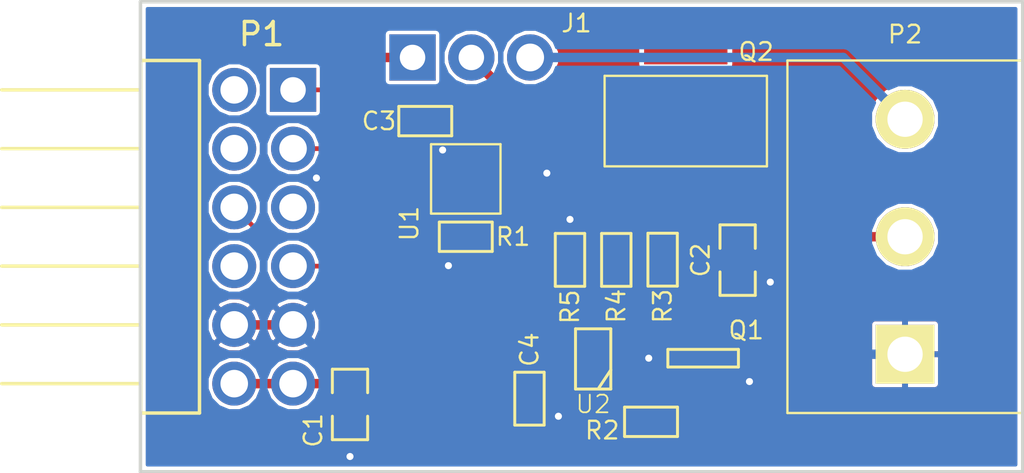
<source format=kicad_pcb>
(kicad_pcb (version 20171130) (host pcbnew 5.0.2)

  (general
    (thickness 1.6)
    (drawings 6)
    (tracks 143)
    (zones 0)
    (modules 16)
    (nets 20)
  )

  (page A4)
  (title_block
    (title "PMOD - Low Speed DAC")
    (date 2020-03-27)
    (rev 1)
    (company Agilack)
    (comment 1 "License: CC-by-SA")
  )

  (layers
    (0 F.Cu signal)
    (31 B.Cu signal)
    (32 B.Adhes user)
    (33 F.Adhes user)
    (34 B.Paste user)
    (35 F.Paste user)
    (36 B.SilkS user)
    (37 F.SilkS user)
    (38 B.Mask user)
    (39 F.Mask user)
    (40 Dwgs.User user)
    (41 Cmts.User user)
    (42 Eco1.User user)
    (43 Eco2.User user)
    (44 Edge.Cuts user)
    (45 Margin user)
    (46 B.CrtYd user)
    (47 F.CrtYd user)
    (48 B.Fab user)
    (49 F.Fab user)
  )

  (setup
    (last_trace_width 0.4064)
    (user_trace_width 0.2032)
    (user_trace_width 0.4064)
    (trace_clearance 0.1524)
    (zone_clearance 0.2032)
    (zone_45_only no)
    (trace_min 0.2)
    (segment_width 0.2)
    (edge_width 0.15)
    (via_size 0.8)
    (via_drill 0.4)
    (via_min_size 0.4)
    (via_min_drill 0.3)
    (user_via 0.7112 0.3048)
    (uvia_size 0.3)
    (uvia_drill 0.1)
    (uvias_allowed no)
    (uvia_min_size 0.2)
    (uvia_min_drill 0.1)
    (pcb_text_width 0.3)
    (pcb_text_size 1.5 1.5)
    (mod_edge_width 0.15)
    (mod_text_size 1 1)
    (mod_text_width 0.15)
    (pad_size 1.524 1.524)
    (pad_drill 0.762)
    (pad_to_mask_clearance 0.051)
    (solder_mask_min_width 0.25)
    (aux_axis_origin 0 0)
    (visible_elements FFFFFFFF)
    (pcbplotparams
      (layerselection 0x010fc_ffffffff)
      (usegerberextensions false)
      (usegerberattributes false)
      (usegerberadvancedattributes false)
      (creategerberjobfile false)
      (excludeedgelayer true)
      (linewidth 0.100000)
      (plotframeref false)
      (viasonmask false)
      (mode 1)
      (useauxorigin false)
      (hpglpennumber 1)
      (hpglpenspeed 20)
      (hpglpendiameter 15.000000)
      (psnegative false)
      (psa4output false)
      (plotreference true)
      (plotvalue true)
      (plotinvisibletext false)
      (padsonsilk false)
      (subtractmaskfromsilk false)
      (outputformat 1)
      (mirror false)
      (drillshape 1)
      (scaleselection 1)
      (outputdirectory ""))
  )

  (net 0 "")
  (net 1 PMOD_CS)
  (net 2 PMOD_MOSI)
  (net 3 "Net-(P1-Pad3)")
  (net 4 PMOD_SCK)
  (net 5 GND)
  (net 6 +3.3V)
  (net 7 "Net-(P1-Pad7)")
  (net 8 "Net-(P1-Pad8)")
  (net 9 PMOD_GPIO)
  (net 10 "Net-(P1-Pad10)")
  (net 11 "Net-(U1-Pad8)")
  (net 12 "Net-(R2-Pad2)")
  (net 13 +VExt)
  (net 14 "Net-(Q1-Pad1)")
  (net 15 "Net-(R4-Pad2)")
  (net 16 "Net-(Q2-Pad1)")
  (net 17 "Net-(J1-Pad2)")
  (net 18 "Net-(C2-Pad1)")
  (net 19 "Net-(Q1-Pad3)")

  (net_class Default "This is the default net class."
    (clearance 0.1524)
    (trace_width 0.25)
    (via_dia 0.8)
    (via_drill 0.4)
    (uvia_dia 0.3)
    (uvia_drill 0.1)
    (add_net +3.3V)
    (add_net +VExt)
    (add_net GND)
    (add_net "Net-(C2-Pad1)")
    (add_net "Net-(J1-Pad2)")
    (add_net "Net-(P1-Pad10)")
    (add_net "Net-(P1-Pad3)")
    (add_net "Net-(P1-Pad7)")
    (add_net "Net-(P1-Pad8)")
    (add_net "Net-(Q1-Pad1)")
    (add_net "Net-(Q1-Pad3)")
    (add_net "Net-(Q2-Pad1)")
    (add_net "Net-(R2-Pad2)")
    (add_net "Net-(R4-Pad2)")
    (add_net "Net-(U1-Pad8)")
    (add_net PMOD_CS)
    (add_net PMOD_GPIO)
    (add_net PMOD_MOSI)
    (add_net PMOD_SCK)
  )

  (module pmod-dac-ls:CONN_PMOD-Male locked (layer F.Cu) (tedit 5E7E7775) (tstamp 5E7E679F)
    (at 133.5 105 90)
    (path /5E7EF76D)
    (fp_text reference P1 (at 8.76 1.18 180) (layer F.SilkS)
      (effects (font (size 1 1) (thickness 0.15)))
    )
    (fp_text value PMOD (at 0 -2.77 90) (layer F.Fab)
      (effects (font (size 1 1) (thickness 0.15)))
    )
    (fp_line (start 6.35 -10.04) (end 6.35 -4.04) (layer F.SilkS) (width 0.15))
    (fp_line (start 3.81 -10.04) (end 3.81 -4.04) (layer F.SilkS) (width 0.15))
    (fp_line (start 1.27 -10.04) (end 1.27 -4.04) (layer F.SilkS) (width 0.15))
    (fp_line (start -1.27 -10.04) (end -1.27 -4.04) (layer F.SilkS) (width 0.15))
    (fp_line (start -3.81 -10.04) (end -3.81 -4.04) (layer F.SilkS) (width 0.15))
    (fp_line (start -6.35 -10.04) (end -6.35 -4.04) (layer F.SilkS) (width 0.15))
    (fp_line (start -7.62 -1.5) (end 7.62 -1.5) (layer F.SilkS) (width 0.15))
    (fp_line (start 7.62 -1.5) (end 7.62 -4.04) (layer F.SilkS) (width 0.15))
    (fp_line (start 7.62 -4.04) (end -7.62 -4.04) (layer F.SilkS) (width 0.15))
    (fp_line (start -7.62 -1.5) (end -7.62 -4.04) (layer F.SilkS) (width 0.15))
    (pad 1 thru_hole rect (at 6.35 2.54 90) (size 1.9 2) (drill 1.1) (layers *.Cu *.Mask)
      (net 1 PMOD_CS))
    (pad 2 thru_hole circle (at 3.81 2.54 90) (size 1.9 1.9) (drill 1.19) (layers *.Cu *.Mask)
      (net 2 PMOD_MOSI))
    (pad 3 thru_hole circle (at 1.27 2.54 90) (size 1.9 1.9) (drill 1.19) (layers *.Cu *.Mask)
      (net 3 "Net-(P1-Pad3)"))
    (pad 4 thru_hole circle (at -1.27 2.54 90) (size 1.9 1.9) (drill 1.19) (layers *.Cu *.Mask)
      (net 4 PMOD_SCK))
    (pad 5 thru_hole circle (at -3.81 2.54 90) (size 1.9 1.9) (drill 1.19) (layers *.Cu *.Mask)
      (net 5 GND))
    (pad 6 thru_hole circle (at -6.35 2.54 90) (size 1.9 1.9) (drill 1.19) (layers *.Cu *.Mask)
      (net 6 +3.3V))
    (pad 7 thru_hole circle (at 6.35 0 90) (size 1.9 1.9) (drill 1.19) (layers *.Cu *.Mask)
      (net 7 "Net-(P1-Pad7)"))
    (pad 8 thru_hole circle (at 3.81 0 90) (size 1.9 1.9) (drill 1.19) (layers *.Cu *.Mask)
      (net 8 "Net-(P1-Pad8)"))
    (pad 9 thru_hole circle (at 1.27 0 90) (size 1.9 1.9) (drill 1.19) (layers *.Cu *.Mask)
      (net 9 PMOD_GPIO))
    (pad 10 thru_hole circle (at -1.27 0 90) (size 1.9 1.9) (drill 1.19) (layers *.Cu *.Mask)
      (net 10 "Net-(P1-Pad10)"))
    (pad 11 thru_hole circle (at -3.81 0 90) (size 1.9 1.9) (drill 1.19) (layers *.Cu *.Mask)
      (net 5 GND))
    (pad 12 thru_hole circle (at -6.35 0 90) (size 1.9 1.9) (drill 1.19) (layers *.Cu *.Mask)
      (net 6 +3.3V))
  )

  (module pmod-dac-ls:SMD0603 (layer F.Cu) (tedit 5E7E79BD) (tstamp 5E7E89B3)
    (at 143.5 105 180)
    (path /5E7F99B8)
    (attr smd)
    (fp_text reference R1 (at -2.04 0 180) (layer F.SilkS)
      (effects (font (size 0.762 0.762) (thickness 0.1016)))
    )
    (fp_text value 10k (at 0 0 180) (layer F.SilkS) hide
      (effects (font (size 0.20066 0.20066) (thickness 0.0508)))
    )
    (fp_line (start -1.143 -0.635) (end 1.143 -0.635) (layer F.SilkS) (width 0.127))
    (fp_line (start 1.143 -0.635) (end 1.143 0.635) (layer F.SilkS) (width 0.127))
    (fp_line (start 1.143 0.635) (end -1.143 0.635) (layer F.SilkS) (width 0.127))
    (fp_line (start -1.143 0.635) (end -1.143 -0.635) (layer F.SilkS) (width 0.127))
    (pad 1 smd rect (at -0.762 0 180) (size 0.635 1.143) (layers F.Cu F.Paste F.Mask)
      (net 9 PMOD_GPIO))
    (pad 2 smd rect (at 0.762 0 180) (size 0.635 1.143) (layers F.Cu F.Paste F.Mask)
      (net 5 GND))
    (model smd/chip_cms.wrl
      (at (xyz 0 0 0))
      (scale (xyz 0.08 0.08 0.08))
      (rotate (xyz 0 0 0))
    )
  )

  (module pmod-dac-ls:MSOP-8 locked (layer F.Cu) (tedit 5E7E7CA2) (tstamp 5E7E89C3)
    (at 143.5 102.5 270)
    (path /5E7F952B)
    (fp_text reference U1 (at 1.93 2.44 90) (layer F.SilkS)
      (effects (font (size 0.762 0.762) (thickness 0.1016)))
    )
    (fp_text value MCP4921 (at 0 0 270) (layer F.Fab) hide
      (effects (font (size 0.25 0.25) (thickness 0.0625)))
    )
    (fp_line (start -1.5 -1.5) (end 1.5 -1.5) (layer F.SilkS) (width 0.1016))
    (fp_line (start 1.5 -1.5) (end 1.5 1.5) (layer F.SilkS) (width 0.1016))
    (fp_line (start 1.5 1.5) (end -1.5 1.5) (layer F.SilkS) (width 0.1016))
    (fp_line (start -1.5 1.5) (end -1.5 -1.5) (layer F.SilkS) (width 0.1016))
    (pad 1 smd rect (at -0.75 2.45 270) (size 0.3 1) (layers F.Cu F.Paste F.Mask)
      (net 6 +3.3V) (solder_mask_margin 0.07) (solder_paste_margin -0.035))
    (pad 2 smd rect (at -0.25 2.45 270) (size 0.3 1) (layers F.Cu F.Paste F.Mask)
      (net 1 PMOD_CS) (solder_mask_margin 0.07) (solder_paste_margin -0.035))
    (pad 3 smd rect (at 0.25 2.45 270) (size 0.3 1) (layers F.Cu F.Paste F.Mask)
      (net 4 PMOD_SCK) (solder_mask_margin 0.07) (solder_paste_margin -0.035))
    (pad 4 smd rect (at 0.75 2.45 270) (size 0.3 1) (layers F.Cu F.Paste F.Mask)
      (net 2 PMOD_MOSI) (solder_mask_margin 0.07) (solder_paste_margin -0.035))
    (pad 5 smd rect (at 0.75 -2.45 270) (size 0.3 1) (layers F.Cu F.Paste F.Mask)
      (net 9 PMOD_GPIO) (solder_mask_margin 0.07) (solder_paste_margin -0.035))
    (pad 6 smd rect (at 0.25 -2.45 270) (size 0.3 1) (layers F.Cu F.Paste F.Mask)
      (net 6 +3.3V) (solder_mask_margin 0.07) (solder_paste_margin -0.035))
    (pad 7 smd rect (at -0.25 -2.45 270) (size 0.3 1) (layers F.Cu F.Paste F.Mask)
      (net 5 GND) (solder_mask_margin 0.07) (solder_paste_margin -0.035))
    (pad 8 smd rect (at -0.75 -2.45 270) (size 0.3 1) (layers F.Cu F.Paste F.Mask)
      (net 11 "Net-(U1-Pad8)") (solder_mask_margin 0.07) (solder_paste_margin -0.035))
  )

  (module pmod-dac-ls:SMD0603 (layer F.Cu) (tedit 5E7E7B1A) (tstamp 5E7EAB5B)
    (at 151.5 113 180)
    (path /5E7E73D7)
    (attr smd)
    (fp_text reference R2 (at 2.11 -0.37 180) (layer F.SilkS)
      (effects (font (size 0.762 0.762) (thickness 0.1016)))
    )
    (fp_text value 1k (at 0 0 180) (layer F.SilkS) hide
      (effects (font (size 0.20066 0.20066) (thickness 0.0508)))
    )
    (fp_line (start -1.143 -0.635) (end 1.143 -0.635) (layer F.SilkS) (width 0.127))
    (fp_line (start 1.143 -0.635) (end 1.143 0.635) (layer F.SilkS) (width 0.127))
    (fp_line (start 1.143 0.635) (end -1.143 0.635) (layer F.SilkS) (width 0.127))
    (fp_line (start -1.143 0.635) (end -1.143 -0.635) (layer F.SilkS) (width 0.127))
    (pad 1 smd rect (at -0.762 0 180) (size 0.635 1.143) (layers F.Cu F.Paste F.Mask)
      (net 14 "Net-(Q1-Pad1)"))
    (pad 2 smd rect (at 0.762 0 180) (size 0.635 1.143) (layers F.Cu F.Paste F.Mask)
      (net 12 "Net-(R2-Pad2)"))
    (model smd/chip_cms.wrl
      (at (xyz 0 0 0))
      (scale (xyz 0.08 0.08 0.08))
      (rotate (xyz 0 0 0))
    )
  )

  (module pmod-dac-ls:SOT23-5 (layer F.Cu) (tedit 5E7E7B13) (tstamp 5E7EAB69)
    (at 149 110.25 90)
    (path /5E7E6F32)
    (fp_text reference U2 (at -1.99 0 180) (layer F.SilkS)
      (effects (font (size 0.762 0.762) (thickness 0.0762)))
    )
    (fp_text value MCP6001 (at 0.0635 0 90) (layer F.SilkS) hide
      (effects (font (size 0.5 0.5) (thickness 0.0762)))
    )
    (fp_line (start -0.508 0.762) (end -1.27 0.254) (layer F.SilkS) (width 0.127))
    (fp_line (start 1.27 0.762) (end -1.3335 0.762) (layer F.SilkS) (width 0.127))
    (fp_line (start -1.3335 0.762) (end -1.3335 -0.762) (layer F.SilkS) (width 0.127))
    (fp_line (start -1.3335 -0.762) (end 1.27 -0.762) (layer F.SilkS) (width 0.127))
    (fp_line (start 1.27 -0.762) (end 1.27 0.762) (layer F.SilkS) (width 0.127))
    (pad 5 smd rect (at -0.9525 -1.27 90) (size 0.70104 1.00076) (layers F.Cu F.Paste F.Mask)
      (net 6 +3.3V))
    (pad 4 smd rect (at 0.9525 -1.27 90) (size 0.70104 1.00076) (layers F.Cu F.Paste F.Mask)
      (net 15 "Net-(R4-Pad2)"))
    (pad 3 smd rect (at 0.9525 1.27 90) (size 0.70104 1.00076) (layers F.Cu F.Paste F.Mask)
      (net 11 "Net-(U1-Pad8)"))
    (pad 2 smd rect (at 0 1.27 90) (size 0.70104 1.00076) (layers F.Cu F.Paste F.Mask)
      (net 5 GND))
    (pad 1 smd rect (at -0.9525 1.27 90) (size 0.70104 1.00076) (layers F.Cu F.Paste F.Mask)
      (net 12 "Net-(R2-Pad2)"))
    (model smd/SOT23_6.wrl
      (at (xyz 0 0 0))
      (scale (xyz 0.11 0.11 0.11))
      (rotate (xyz 0 0 -180))
    )
  )

  (module pmod-dac-ls:CONN_MC000035 locked (layer F.Cu) (tedit 5E7E7CE1) (tstamp 5E7E7691)
    (at 162.47 105 90)
    (tags CONN)
    (path /5E7E985A)
    (fp_text reference P2 (at 8.75 0 180) (layer F.SilkS)
      (effects (font (size 0.762 0.762) (thickness 0.1016)))
    )
    (fp_text value CONN_3 (at 0 -1.905 90) (layer F.SilkS) hide
      (effects (font (size 0.4064 0.4064) (thickness 0.1016)))
    )
    (fp_line (start -7.62 5.08) (end 7.62 5.08) (layer F.SilkS) (width 0.1016))
    (fp_line (start -7.62 -5.08) (end 7.62 -5.08) (layer F.SilkS) (width 0.1016))
    (fp_line (start -7.62 5.08) (end -7.62 -5.08) (layer F.SilkS) (width 0.1016))
    (fp_line (start 7.62 -5.08) (end 7.62 5.08) (layer F.SilkS) (width 0.1016))
    (pad 1 thru_hole rect (at -5.08 0 90) (size 2.54 2.54) (drill 1.524) (layers *.Cu *.Mask F.SilkS)
      (net 5 GND))
    (pad 3 thru_hole circle (at 5.08 0 90) (size 2.54 2.54) (drill 1.524) (layers *.Cu *.Mask F.SilkS)
      (net 13 +VExt))
    (pad 2 thru_hole circle (at 0 0 90) (size 2.54 2.54) (drill 1.524) (layers *.Cu *.Mask F.SilkS)
      (net 18 "Net-(C2-Pad1)"))
    (model res/mc000034.wrl
      (at (xyz 0 0 0))
      (scale (xyz 1 1 1))
      (rotate (xyz 0 0 0))
    )
  )

  (module pmod-dac-ls:SOT223 (layer F.Cu) (tedit 5E7E7D1B) (tstamp 5E7E8B18)
    (at 153 100)
    (path /5E7E74A5)
    (fp_text reference Q2 (at 3.04 -3 180) (layer F.SilkS)
      (effects (font (size 0.762 0.762) (thickness 0.1016)))
    )
    (fp_text value BCP52T (at 0 0) (layer F.SilkS) hide
      (effects (font (size 0.762 0.762) (thickness 0.1016)))
    )
    (fp_line (start -3.5052 -1.9558) (end 3.5052 -1.9558) (layer F.SilkS) (width 0.1016))
    (fp_line (start 3.5052 -1.9558) (end 3.5052 1.9558) (layer F.SilkS) (width 0.1016))
    (fp_line (start 3.5052 1.9558) (end -3.5052 1.9558) (layer F.SilkS) (width 0.1016))
    (fp_line (start -3.5052 1.9558) (end -3.5052 -1.9558) (layer F.SilkS) (width 0.1016))
    (pad 2 smd rect (at 0 3.05054) (size 1.19888 1.19888) (layers F.Cu F.Paste F.Mask)
      (net 17 "Net-(J1-Pad2)"))
    (pad 1 smd rect (at -2.30124 3.05054) (size 1.19888 1.19888) (layers F.Cu F.Paste F.Mask)
      (net 16 "Net-(Q2-Pad1)"))
    (pad 3 smd rect (at 2.30124 3.05054) (size 1.19888 1.19888) (layers F.Cu F.Paste F.Mask)
      (net 18 "Net-(C2-Pad1)"))
    (pad 4 smd rect (at 0 -3.05054) (size 3.59918 1.19888) (layers F.Cu F.Paste F.Mask))
  )

  (module pmod-dac-ls:SMD0805 (layer F.Cu) (tedit 5E7E79E5) (tstamp 5E7E9956)
    (at 138.5 112.25 270)
    (path /5E7F216F)
    (attr smd)
    (fp_text reference C1 (at 1.12 1.59 270) (layer F.SilkS)
      (effects (font (size 0.762 0.762) (thickness 0.1016)))
    )
    (fp_text value 10uF (at 0 0 270) (layer F.SilkS) hide
      (effects (font (size 0.635 0.635) (thickness 0.127)))
    )
    (fp_line (start -0.508 0.762) (end -1.524 0.762) (layer F.SilkS) (width 0.127))
    (fp_line (start -1.524 0.762) (end -1.524 -0.762) (layer F.SilkS) (width 0.127))
    (fp_line (start -1.524 -0.762) (end -0.508 -0.762) (layer F.SilkS) (width 0.127))
    (fp_line (start 0.508 -0.762) (end 1.524 -0.762) (layer F.SilkS) (width 0.127))
    (fp_line (start 1.524 -0.762) (end 1.524 0.762) (layer F.SilkS) (width 0.127))
    (fp_line (start 1.524 0.762) (end 0.508 0.762) (layer F.SilkS) (width 0.127))
    (pad 1 smd rect (at -0.9525 0 270) (size 0.889 1.397) (layers F.Cu F.Paste F.Mask)
      (net 6 +3.3V))
    (pad 2 smd rect (at 0.9525 0 270) (size 0.889 1.397) (layers F.Cu F.Paste F.Mask)
      (net 5 GND))
    (model smd/chip_cms.wrl
      (at (xyz 0 0 0))
      (scale (xyz 0.1 0.1 0.1))
      (rotate (xyz 0 0 0))
    )
  )

  (module pmod-dac-ls:SMD0805 (layer F.Cu) (tedit 5E7E7F49) (tstamp 5E7E9962)
    (at 155.24 106.01 270)
    (path /5E7F3D19)
    (attr smd)
    (fp_text reference C2 (at 0 1.6 270) (layer F.SilkS)
      (effects (font (size 0.762 0.762) (thickness 0.1016)))
    )
    (fp_text value 10uF (at 0 0) (layer F.SilkS) hide
      (effects (font (size 0.2 0.2) (thickness 0.05)))
    )
    (fp_line (start 1.524 0.762) (end 0.508 0.762) (layer F.SilkS) (width 0.127))
    (fp_line (start 1.524 -0.762) (end 1.524 0.762) (layer F.SilkS) (width 0.127))
    (fp_line (start 0.508 -0.762) (end 1.524 -0.762) (layer F.SilkS) (width 0.127))
    (fp_line (start -1.524 -0.762) (end -0.508 -0.762) (layer F.SilkS) (width 0.127))
    (fp_line (start -1.524 0.762) (end -1.524 -0.762) (layer F.SilkS) (width 0.127))
    (fp_line (start -0.508 0.762) (end -1.524 0.762) (layer F.SilkS) (width 0.127))
    (pad 2 smd rect (at 0.9525 0 270) (size 0.889 1.397) (layers F.Cu F.Paste F.Mask)
      (net 5 GND))
    (pad 1 smd rect (at -0.9525 0 270) (size 0.889 1.397) (layers F.Cu F.Paste F.Mask)
      (net 18 "Net-(C2-Pad1)"))
    (model smd/chip_cms.wrl
      (at (xyz 0 0 0))
      (scale (xyz 0.1 0.1 0.1))
      (rotate (xyz 0 0 0))
    )
  )

  (module pmod-dac-ls:CONN_3 (layer F.Cu) (tedit 5E7E7250) (tstamp 5E7EDCF1)
    (at 143.74 97.25)
    (path /5E7E8684)
    (fp_text reference J1 (at 4.54 -1.48) (layer F.SilkS)
      (effects (font (size 0.762 0.762) (thickness 0.1016)))
    )
    (fp_text value JUMPER (at 0 0) (layer F.Fab) hide
      (effects (font (size 0.5 0.5) (thickness 0.125)))
    )
    (pad 1 thru_hole rect (at -2.54 0) (size 2 2) (drill 1.1) (layers *.Cu *.Mask)
      (net 6 +3.3V))
    (pad 2 thru_hole circle (at 0 0) (size 2 2) (drill 1.1) (layers *.Cu *.Mask)
      (net 17 "Net-(J1-Pad2)"))
    (pad 3 thru_hole circle (at 2.54 0) (size 2 2) (drill 1.2) (layers *.Cu *.Mask)
      (net 13 +VExt))
  )

  (module pmod-dac-ls:SOT23-3 (layer F.Cu) (tedit 5E7E74B3) (tstamp 5E7EEA3E)
    (at 153.75 110.25 180)
    (descr "Module CMS SOT23 Transistore EBC")
    (tags "CMS SOT")
    (path /5E7E815B)
    (attr smd)
    (fp_text reference Q1 (at -1.86 1.21 180) (layer F.SilkS)
      (effects (font (size 0.762 0.762) (thickness 0.1016)))
    )
    (fp_text value BC846 (at 0 0 180) (layer F.SilkS) hide
      (effects (font (size 0.2 0.2) (thickness 0.05)))
    )
    (fp_line (start -1.524 -0.381) (end 1.524 -0.381) (layer F.SilkS) (width 0.127))
    (fp_line (start 1.524 -0.381) (end 1.524 0.381) (layer F.SilkS) (width 0.127))
    (fp_line (start 1.524 0.381) (end -1.524 0.381) (layer F.SilkS) (width 0.127))
    (fp_line (start -1.524 0.381) (end -1.524 -0.381) (layer F.SilkS) (width 0.127))
    (pad 2 smd rect (at -0.889 -1.016 180) (size 0.9144 0.9144) (layers F.Cu F.Paste F.Mask)
      (net 5 GND))
    (pad 1 smd rect (at 0.889 -1.016 180) (size 0.9144 0.9144) (layers F.Cu F.Paste F.Mask)
      (net 14 "Net-(Q1-Pad1)"))
    (pad 3 smd rect (at 0 1.016 180) (size 0.9144 0.9144) (layers F.Cu F.Paste F.Mask)
      (net 19 "Net-(Q1-Pad3)"))
    (model ${KIPRJMOD}/3D/SOT-23.wrl
      (at (xyz 0 0 0))
      (scale (xyz 1 1 1))
      (rotate (xyz 0 0 0))
    )
  )

  (module pmod-dac-ls:SMD0603 (layer F.Cu) (tedit 5E7E74EB) (tstamp 5E7EEA48)
    (at 152 105.99 270)
    (path /5E7E757B)
    (attr smd)
    (fp_text reference R3 (at 2.01 0 270) (layer F.SilkS)
      (effects (font (size 0.762 0.762) (thickness 0.1016)))
    )
    (fp_text value 1k (at 0 0 270) (layer F.SilkS) hide
      (effects (font (size 0.20066 0.20066) (thickness 0.0508)))
    )
    (fp_line (start -1.143 -0.635) (end 1.143 -0.635) (layer F.SilkS) (width 0.127))
    (fp_line (start 1.143 -0.635) (end 1.143 0.635) (layer F.SilkS) (width 0.127))
    (fp_line (start 1.143 0.635) (end -1.143 0.635) (layer F.SilkS) (width 0.127))
    (fp_line (start -1.143 0.635) (end -1.143 -0.635) (layer F.SilkS) (width 0.127))
    (pad 1 smd rect (at -0.762 0 270) (size 0.635 1.143) (layers F.Cu F.Paste F.Mask)
      (net 16 "Net-(Q2-Pad1)"))
    (pad 2 smd rect (at 0.762 0 270) (size 0.635 1.143) (layers F.Cu F.Paste F.Mask)
      (net 19 "Net-(Q1-Pad3)"))
    (model smd/chip_cms.wrl
      (at (xyz 0 0 0))
      (scale (xyz 0.08 0.08 0.08))
      (rotate (xyz 0 0 0))
    )
  )

  (module pmod-dac-ls:SMD0603 (layer F.Cu) (tedit 5E7E7586) (tstamp 5E7F281E)
    (at 150 106 270)
    (path /5E7EC50A)
    (attr smd)
    (fp_text reference R4 (at 2 0 270) (layer F.SilkS)
      (effects (font (size 0.762 0.762) (thickness 0.1016)))
    )
    (fp_text value 10k (at 0 0 270) (layer F.SilkS) hide
      (effects (font (size 0.20066 0.20066) (thickness 0.0508)))
    )
    (fp_line (start -1.143 -0.635) (end 1.143 -0.635) (layer F.SilkS) (width 0.127))
    (fp_line (start 1.143 -0.635) (end 1.143 0.635) (layer F.SilkS) (width 0.127))
    (fp_line (start 1.143 0.635) (end -1.143 0.635) (layer F.SilkS) (width 0.127))
    (fp_line (start -1.143 0.635) (end -1.143 -0.635) (layer F.SilkS) (width 0.127))
    (pad 1 smd rect (at -0.762 0 270) (size 0.635 1.143) (layers F.Cu F.Paste F.Mask)
      (net 18 "Net-(C2-Pad1)"))
    (pad 2 smd rect (at 0.762 0 270) (size 0.635 1.143) (layers F.Cu F.Paste F.Mask)
      (net 15 "Net-(R4-Pad2)"))
    (model smd/chip_cms.wrl
      (at (xyz 0 0 0))
      (scale (xyz 0.08 0.08 0.08))
      (rotate (xyz 0 0 0))
    )
  )

  (module pmod-dac-ls:SMD0603 (layer F.Cu) (tedit 5E7E75AF) (tstamp 5E7F2828)
    (at 148 106 270)
    (path /5E7EC63D)
    (attr smd)
    (fp_text reference R5 (at 2.03 0 270) (layer F.SilkS)
      (effects (font (size 0.762 0.762) (thickness 0.1016)))
    )
    (fp_text value R (at 0 0 270) (layer F.SilkS) hide
      (effects (font (size 0.20066 0.20066) (thickness 0.0508)))
    )
    (fp_line (start -1.143 0.635) (end -1.143 -0.635) (layer F.SilkS) (width 0.127))
    (fp_line (start 1.143 0.635) (end -1.143 0.635) (layer F.SilkS) (width 0.127))
    (fp_line (start 1.143 -0.635) (end 1.143 0.635) (layer F.SilkS) (width 0.127))
    (fp_line (start -1.143 -0.635) (end 1.143 -0.635) (layer F.SilkS) (width 0.127))
    (pad 2 smd rect (at 0.762 0 270) (size 0.635 1.143) (layers F.Cu F.Paste F.Mask)
      (net 15 "Net-(R4-Pad2)"))
    (pad 1 smd rect (at -0.762 0 270) (size 0.635 1.143) (layers F.Cu F.Paste F.Mask)
      (net 5 GND))
    (model smd/chip_cms.wrl
      (at (xyz 0 0 0))
      (scale (xyz 0.08 0.08 0.08))
      (rotate (xyz 0 0 0))
    )
  )

  (module pmod-8leds:SMD0603 (layer F.Cu) (tedit 5E7E7C2C) (tstamp 5E7E84E9)
    (at 141.75 100)
    (path /5E7E88DB)
    (attr smd)
    (fp_text reference C3 (at -2 0) (layer F.SilkS)
      (effects (font (size 0.762 0.762) (thickness 0.1016)))
    )
    (fp_text value 100nF (at 0 0) (layer F.SilkS) hide
      (effects (font (size 0.20066 0.20066) (thickness 0.0508)))
    )
    (fp_line (start -1.143 -0.635) (end 1.143 -0.635) (layer F.SilkS) (width 0.127))
    (fp_line (start 1.143 -0.635) (end 1.143 0.635) (layer F.SilkS) (width 0.127))
    (fp_line (start 1.143 0.635) (end -1.143 0.635) (layer F.SilkS) (width 0.127))
    (fp_line (start -1.143 0.635) (end -1.143 -0.635) (layer F.SilkS) (width 0.127))
    (pad 1 smd rect (at -0.762 0) (size 0.635 1.143) (layers F.Cu F.Paste F.Mask)
      (net 6 +3.3V))
    (pad 2 smd rect (at 0.762 0) (size 0.635 1.143) (layers F.Cu F.Paste F.Mask)
      (net 5 GND))
    (model smd/chip_cms.wrl
      (at (xyz 0 0 0))
      (scale (xyz 0.08 0.08 0.08))
      (rotate (xyz 0 0 0))
    )
  )

  (module pmod-8leds:SMD0603 (layer F.Cu) (tedit 5E7E7AEA) (tstamp 5E7E84F3)
    (at 146.25 112 270)
    (path /5E7EA87B)
    (attr smd)
    (fp_text reference C4 (at -2.12 0 270) (layer F.SilkS)
      (effects (font (size 0.762 0.762) (thickness 0.1016)))
    )
    (fp_text value 100nF (at 0 0 270) (layer F.SilkS) hide
      (effects (font (size 0.20066 0.20066) (thickness 0.0508)))
    )
    (fp_line (start -1.143 0.635) (end -1.143 -0.635) (layer F.SilkS) (width 0.127))
    (fp_line (start 1.143 0.635) (end -1.143 0.635) (layer F.SilkS) (width 0.127))
    (fp_line (start 1.143 -0.635) (end 1.143 0.635) (layer F.SilkS) (width 0.127))
    (fp_line (start -1.143 -0.635) (end 1.143 -0.635) (layer F.SilkS) (width 0.127))
    (pad 2 smd rect (at 0.762 0 270) (size 0.635 1.143) (layers F.Cu F.Paste F.Mask)
      (net 5 GND))
    (pad 1 smd rect (at -0.762 0 270) (size 0.635 1.143) (layers F.Cu F.Paste F.Mask)
      (net 6 +3.3V))
    (model smd/chip_cms.wrl
      (at (xyz 0 0 0))
      (scale (xyz 0.08 0.08 0.08))
      (rotate (xyz 0 0 0))
    )
  )

  (gr_text rev1 (at 165.59 113.77) (layer F.Cu)
    (effects (font (size 0.762 0.762) (thickness 0.1016)))
  )
  (gr_text PMOD-DAC-LS (at 158.31 113.75) (layer F.Cu)
    (effects (font (size 0.762 0.762) (thickness 0.1016)))
  )
  (gr_line (start 129.45 115.16) (end 129.45 94.84) (angle 90) (layer Edge.Cuts) (width 0.15))
  (gr_line (start 167.55 115.16) (end 129.45 115.16) (angle 90) (layer Edge.Cuts) (width 0.15))
  (gr_line (start 167.55 94.84) (end 167.55 115.16) (angle 90) (layer Edge.Cuts) (width 0.15))
  (gr_line (start 129.45 94.84) (end 167.55 94.84) (angle 90) (layer Edge.Cuts) (width 0.15))

  (segment (start 141.05 102.25) (end 140.3 102.25) (width 0.2032) (layer F.Cu) (net 1) (status 400000))
  (segment (start 140.3 102.25) (end 138.48 100.43) (width 0.2032) (layer F.Cu) (net 1) (tstamp 5E7E7F08))
  (segment (start 138.48 100.43) (end 138.48 99.7) (width 0.2032) (layer F.Cu) (net 1) (tstamp 5E7E7F09))
  (segment (start 138.48 99.7) (end 137.43 98.65) (width 0.2032) (layer F.Cu) (net 1) (tstamp 5E7E7F0A))
  (segment (start 137.43 98.65) (end 136.04 98.65) (width 0.2032) (layer F.Cu) (net 1) (tstamp 5E7E7F0B) (status 800000))
  (segment (start 141.05 103.25) (end 140.13 103.25) (width 0.2032) (layer F.Cu) (net 2) (status 400000))
  (segment (start 140.13 103.25) (end 138.07 101.19) (width 0.2032) (layer F.Cu) (net 2) (tstamp 5E7E7F0F))
  (segment (start 138.07 101.19) (end 136.04 101.19) (width 0.2032) (layer F.Cu) (net 2) (tstamp 5E7E7F11) (status 800000))
  (segment (start 136.04 106.27) (end 139.73 106.27) (width 0.2032) (layer F.Cu) (net 4) (status 400000))
  (segment (start 139.73 106.27) (end 142.28 103.72) (width 0.2032) (layer F.Cu) (net 4) (tstamp 5E7E7F15))
  (segment (start 142.28 103.72) (end 142.28 103.06) (width 0.2032) (layer F.Cu) (net 4) (tstamp 5E7E7F17))
  (segment (start 142.28 103.06) (end 141.97 102.75) (width 0.2032) (layer F.Cu) (net 4) (tstamp 5E7E7F18))
  (segment (start 141.97 102.75) (end 141.05 102.75) (width 0.2032) (layer F.Cu) (net 4) (tstamp 5E7E7F19) (status 800000))
  (segment (start 155.24 106.9625) (end 156.6475 106.9625) (width 0.4064) (layer F.Cu) (net 5) (status 400000))
  (segment (start 156.6475 106.9625) (end 156.65 106.96) (width 0.4064) (layer F.Cu) (net 5) (tstamp 5E7EE59B))
  (via (at 156.65 106.96) (size 0.7112) (drill 0.3048) (layers F.Cu B.Cu) (net 5))
  (segment (start 162.47 110.08) (end 158.24 110.08) (width 0.4064) (layer B.Cu) (net 5) (status 400000))
  (segment (start 158.24 110.08) (end 158.23 110.08) (width 0.4064) (layer B.Cu) (net 5) (tstamp 5E7F5290))
  (segment (start 158.23 110.08) (end 156.65 108.5) (width 0.4064) (layer B.Cu) (net 5) (tstamp 5E7EE59F))
  (segment (start 156.65 108.5) (end 156.65 106.96) (width 0.4064) (layer B.Cu) (net 5) (tstamp 5E7EE5A0))
  (segment (start 133.5 108.81) (end 136.04 108.81) (width 0.4064) (layer F.Cu) (net 5) (status C00000))
  (segment (start 148 105.238) (end 148 104.25) (width 0.4064) (layer F.Cu) (net 5) (status 400000))
  (via (at 148 104.25) (size 0.7112) (drill 0.3048) (layers F.Cu B.Cu) (net 5))
  (segment (start 154.639 111.266) (end 155.744 111.266) (width 0.4064) (layer F.Cu) (net 5) (status 400000))
  (segment (start 155.744 111.266) (end 155.75 111.26) (width 0.4064) (layer F.Cu) (net 5) (tstamp 5E7F5289))
  (via (at 155.75 111.26) (size 0.7112) (drill 0.3048) (layers F.Cu B.Cu) (net 5))
  (segment (start 155.75 111.26) (end 157.06 111.26) (width 0.4064) (layer B.Cu) (net 5))
  (segment (start 157.06 111.26) (end 158.24 110.08) (width 0.4064) (layer B.Cu) (net 5) (tstamp 5E7F528D))
  (segment (start 150.27 110.25) (end 151.4 110.25) (width 0.4064) (layer F.Cu) (net 5) (status 400000))
  (via (at 151.4 110.25) (size 0.7112) (drill 0.3048) (layers F.Cu B.Cu) (net 5))
  (segment (start 151.4 110.25) (end 154.74 110.25) (width 0.4064) (layer B.Cu) (net 5))
  (segment (start 154.74 110.25) (end 155.75 111.26) (width 0.4064) (layer B.Cu) (net 5) (tstamp 5E7F5875))
  (segment (start 145.95 102.25) (end 147 102.25) (width 0.2032) (layer F.Cu) (net 5) (status 400000))
  (via (at 147 102.25) (size 0.7112) (drill 0.3048) (layers F.Cu B.Cu) (net 5))
  (segment (start 156.65 106.96) (end 150.71 106.96) (width 0.4064) (layer B.Cu) (net 5))
  (segment (start 150.71 106.96) (end 148 104.25) (width 0.4064) (layer B.Cu) (net 5) (tstamp 5E7F58DD))
  (segment (start 148 104.25) (end 148 103.25) (width 0.4064) (layer B.Cu) (net 5))
  (segment (start 148 103.25) (end 147 102.25) (width 0.4064) (layer B.Cu) (net 5) (tstamp 5E7F58E1))
  (segment (start 138.5 113.2025) (end 138.5 114.5) (width 0.4064) (layer F.Cu) (net 5) (status 400000))
  (via (at 138.5 114.5) (size 0.7112) (drill 0.3048) (layers F.Cu B.Cu) (net 5))
  (segment (start 142.738 105) (end 142.738 106.238) (width 0.4064) (layer F.Cu) (net 5) (status 400000))
  (segment (start 142.738 106.238) (end 142.75 106.25) (width 0.4064) (layer F.Cu) (net 5) (tstamp 5E7E7F20))
  (via (at 142.75 106.25) (size 0.7112) (drill 0.3048) (layers F.Cu B.Cu) (net 5))
  (segment (start 142.75 106.25) (end 146 106.25) (width 0.4064) (layer B.Cu) (net 5))
  (segment (start 146 106.25) (end 148 104.25) (width 0.4064) (layer B.Cu) (net 5) (tstamp 5E7E7F33))
  (segment (start 142.75 106.25) (end 138.6 106.25) (width 0.4064) (layer B.Cu) (net 5))
  (segment (start 138.6 106.25) (end 136.04 108.81) (width 0.4064) (layer B.Cu) (net 5) (tstamp 5E7E7F37) (status 800000))
  (segment (start 138.5 114.5) (end 138.5 111.27) (width 0.4064) (layer B.Cu) (net 5))
  (segment (start 138.5 111.27) (end 136.04 108.81) (width 0.4064) (layer B.Cu) (net 5) (tstamp 5E7E7F3B) (status 800000))
  (segment (start 146.25 112.762) (end 147.498 112.762) (width 0.4064) (layer F.Cu) (net 5) (status 400000))
  (segment (start 147.498 112.762) (end 147.5 112.76) (width 0.4064) (layer F.Cu) (net 5) (tstamp 5E7E9224))
  (via (at 147.5 112.76) (size 0.7112) (drill 0.3048) (layers F.Cu B.Cu) (net 5))
  (segment (start 151.4 110.25) (end 148.87 110.25) (width 0.4064) (layer B.Cu) (net 5))
  (segment (start 148.87 110.25) (end 147.5 111.62) (width 0.4064) (layer B.Cu) (net 5) (tstamp 5E7E9240))
  (segment (start 147.5 111.62) (end 147.5 112.76) (width 0.4064) (layer B.Cu) (net 5) (tstamp 5E7E9241))
  (segment (start 142.512 100) (end 142.512 101.238) (width 0.4064) (layer F.Cu) (net 5) (status 400000))
  (segment (start 142.512 101.238) (end 142.5 101.25) (width 0.4064) (layer F.Cu) (net 5) (tstamp 5E7EA2D8))
  (via (at 142.5 101.25) (size 0.7112) (drill 0.3048) (layers F.Cu B.Cu) (net 5))
  (segment (start 147 102.25) (end 143.5 102.25) (width 0.4064) (layer B.Cu) (net 5))
  (segment (start 143.5 102.25) (end 142.5 101.25) (width 0.4064) (layer B.Cu) (net 5) (tstamp 5E7EA2DC))
  (segment (start 138.6 106.25) (end 138.6 104.01) (width 0.4064) (layer B.Cu) (net 5))
  (segment (start 138.6 104.01) (end 137.05 102.46) (width 0.4064) (layer B.Cu) (net 5) (tstamp 5E7EA3BE))
  (via (at 137.05 102.46) (size 0.7112) (drill 0.3048) (layers F.Cu B.Cu) (net 5))
  (segment (start 133.5 111.35) (end 136.04 111.35) (width 0.4064) (layer F.Cu) (net 6) (status C00000))
  (segment (start 138.5 111.2975) (end 137.3625 111.2975) (width 0.4064) (layer F.Cu) (net 6) (status 400000))
  (segment (start 137.3625 111.2975) (end 137.31 111.35) (width 0.4064) (layer F.Cu) (net 6) (tstamp 5E7E7EDA))
  (segment (start 137.31 111.35) (end 136.04 111.35) (width 0.4064) (layer F.Cu) (net 6) (tstamp 5E7E7EDB) (status 800000))
  (segment (start 147.73 111.2025) (end 146.2855 111.2025) (width 0.4064) (layer F.Cu) (net 6) (status C00000))
  (segment (start 146.2855 111.2025) (end 146.25 111.238) (width 0.4064) (layer F.Cu) (net 6) (tstamp 5E7E921E) (status C00000))
  (segment (start 138.5 111.2975) (end 146.1905 111.2975) (width 0.4064) (layer F.Cu) (net 6) (status C00000))
  (segment (start 146.1905 111.2975) (end 146.25 111.238) (width 0.4064) (layer F.Cu) (net 6) (tstamp 5E7E9221) (status C00000))
  (segment (start 140.988 100) (end 140.988 101.008) (width 0.4064) (layer F.Cu) (net 6) (status 400000))
  (segment (start 140.988 101.008) (end 141.05 101.07) (width 0.4064) (layer F.Cu) (net 6) (tstamp 5E7EA2AC))
  (segment (start 141.05 101.07) (end 141.05 101.56) (width 0.4064) (layer F.Cu) (net 6) (tstamp 5E7EA2AD))
  (segment (start 141.05 101.75) (end 141.05 101.56) (width 0.2032) (layer F.Cu) (net 6) (status 400000))
  (segment (start 140.988 100) (end 140.06 100) (width 0.4064) (layer F.Cu) (net 6) (status 400000))
  (segment (start 140.06 100) (end 138.445 98.385) (width 0.4064) (layer F.Cu) (net 6) (tstamp 5E7EA2B6))
  (segment (start 138.445 98.385) (end 137.06 97) (width 0.4064) (layer F.Cu) (net 6) (tstamp 5E7EA2D6))
  (segment (start 137.06 97) (end 133.09 97) (width 0.4064) (layer F.Cu) (net 6) (tstamp 5E7EA2B7))
  (segment (start 133.09 97) (end 132.04 98.05) (width 0.4064) (layer F.Cu) (net 6) (tstamp 5E7EA2B8))
  (segment (start 132.04 98.05) (end 132.04 111.95) (width 0.4064) (layer F.Cu) (net 6) (tstamp 5E7EA2B9))
  (segment (start 132.04 111.95) (end 132.9 112.81) (width 0.4064) (layer F.Cu) (net 6) (tstamp 5E7EA2BA))
  (segment (start 132.9 112.81) (end 136.9875 112.81) (width 0.4064) (layer F.Cu) (net 6) (tstamp 5E7EA2BB))
  (segment (start 136.9875 112.81) (end 138.5 111.2975) (width 0.4064) (layer F.Cu) (net 6) (tstamp 5E7EA2BC) (status 800000))
  (segment (start 141.2 97.25) (end 139.58 97.25) (width 0.4064) (layer F.Cu) (net 6) (status 400000))
  (segment (start 139.58 97.25) (end 138.445 98.385) (width 0.4064) (layer F.Cu) (net 6) (tstamp 5E7EA2D3))
  (segment (start 145.95 102.75) (end 145.16 102.75) (width 0.2032) (layer F.Cu) (net 6) (status 400000))
  (segment (start 145.16 102.75) (end 144.65 102.24) (width 0.2032) (layer F.Cu) (net 6) (tstamp 5E7EA3B3))
  (segment (start 144.65 102.24) (end 144.65 100.03) (width 0.2032) (layer F.Cu) (net 6) (tstamp 5E7EA3B4))
  (segment (start 144.65 100.03) (end 143.47 98.85) (width 0.2032) (layer F.Cu) (net 6) (tstamp 5E7EA3B5))
  (segment (start 143.47 98.85) (end 141.29 98.85) (width 0.2032) (layer F.Cu) (net 6) (tstamp 5E7EA3B7))
  (segment (start 141.29 98.85) (end 140.988 99.152) (width 0.2032) (layer F.Cu) (net 6) (tstamp 5E7EA3B9))
  (segment (start 140.988 99.152) (end 140.988 100) (width 0.2032) (layer F.Cu) (net 6) (tstamp 5E7EA3BA) (status 800000))
  (segment (start 145.95 103.25) (end 145.01 103.25) (width 0.2032) (layer F.Cu) (net 9) (status 400000))
  (segment (start 145.01 103.25) (end 144.262 103.998) (width 0.2032) (layer F.Cu) (net 9) (tstamp 5E7E7F25))
  (segment (start 144.262 103.998) (end 144.262 105) (width 0.2032) (layer F.Cu) (net 9) (tstamp 5E7E7F26) (status 800000))
  (segment (start 133.5 103.73) (end 134.77 105) (width 0.2032) (layer F.Cu) (net 9) (status 400000))
  (segment (start 134.77 105) (end 134.77 106.92) (width 0.2032) (layer F.Cu) (net 9))
  (segment (start 134.77 106.92) (end 135.39 107.54) (width 0.2032) (layer F.Cu) (net 9) (tstamp 5E7E7F4D))
  (segment (start 135.39 107.54) (end 142.71 107.54) (width 0.2032) (layer F.Cu) (net 9) (tstamp 5E7E7F4E))
  (segment (start 142.71 107.54) (end 144.262 105.988) (width 0.2032) (layer F.Cu) (net 9) (tstamp 5E7E7F4F))
  (segment (start 144.262 105.988) (end 144.262 105) (width 0.2032) (layer F.Cu) (net 9) (tstamp 5E7E7F51) (status 800000))
  (segment (start 146.63 101.75) (end 146.86 101.52) (width 0.2032) (layer F.Cu) (net 11) (tstamp 5E7F58BC))
  (segment (start 146.86 101.52) (end 147 101.52) (width 0.2032) (layer F.Cu) (net 11) (tstamp 5E7F58BD))
  (segment (start 147 101.52) (end 147.32 101.52) (width 0.4064) (layer F.Cu) (net 11))
  (segment (start 147.32 101.52) (end 147.74 101.94) (width 0.4064) (layer F.Cu) (net 11) (tstamp 5E7F58C0))
  (segment (start 147.74 101.94) (end 147.74 103.28) (width 0.4064) (layer F.Cu) (net 11) (tstamp 5E7F58C1))
  (segment (start 147.74 103.28) (end 146.25 104.77) (width 0.4064) (layer F.Cu) (net 11) (tstamp 5E7F58C2))
  (segment (start 145.95 101.75) (end 146.63 101.75) (width 0.2032) (layer F.Cu) (net 11) (status 400000))
  (segment (start 146.25 104.77) (end 146.25 109.38) (width 0.4064) (layer F.Cu) (net 11))
  (segment (start 146.25 109.38) (end 147.12 110.25) (width 0.4064) (layer F.Cu) (net 11) (tstamp 5E7F58D3))
  (segment (start 147.12 110.25) (end 148.52 110.25) (width 0.4064) (layer F.Cu) (net 11) (tstamp 5E7F58D4))
  (segment (start 148.52 110.25) (end 149.4725 109.2975) (width 0.4064) (layer F.Cu) (net 11) (tstamp 5E7F58D5))
  (segment (start 149.4725 109.2975) (end 150.27 109.2975) (width 0.4064) (layer F.Cu) (net 11) (tstamp 5E7F58D6) (status 800000))
  (segment (start 150.738 113) (end 150.738 112.188) (width 0.4064) (layer F.Cu) (net 12) (status 400000))
  (segment (start 150.738 112.188) (end 150.27 111.72) (width 0.4064) (layer F.Cu) (net 12) (tstamp 5E7F5869))
  (segment (start 150.27 111.72) (end 150.27 111.2025) (width 0.4064) (layer F.Cu) (net 12) (tstamp 5E7F586A) (status 800000))
  (segment (start 146.28 97.25) (end 159.8 97.25) (width 0.4064) (layer B.Cu) (net 13) (status 400000))
  (segment (start 159.8 97.25) (end 162.47 99.92) (width 0.4064) (layer B.Cu) (net 13) (tstamp 5E7EE590) (status 800000))
  (segment (start 152.262 113) (end 152.262 111.865) (width 0.4064) (layer F.Cu) (net 14) (status 400000))
  (segment (start 152.262 111.865) (end 152.861 111.266) (width 0.4064) (layer F.Cu) (net 14) (tstamp 5E7F5866) (status 800000))
  (segment (start 148 106.762) (end 150 106.762) (width 0.4064) (layer F.Cu) (net 15) (status C00000))
  (segment (start 148 106.762) (end 148 107.96) (width 0.4064) (layer F.Cu) (net 15) (status 400000))
  (segment (start 148 107.96) (end 147.73 108.23) (width 0.4064) (layer F.Cu) (net 15) (tstamp 5E7F5878))
  (segment (start 147.73 108.23) (end 147.73 109.2975) (width 0.4064) (layer F.Cu) (net 15) (tstamp 5E7F5879) (status 800000))
  (segment (start 152 105.228) (end 152 104.35178) (width 0.4064) (layer F.Cu) (net 16) (status 400000))
  (segment (start 152 104.35178) (end 150.69876 103.05054) (width 0.4064) (layer F.Cu) (net 16) (tstamp 5E7F27FC) (status 800000))
  (segment (start 153 103.05054) (end 153 101.06) (width 0.4064) (layer F.Cu) (net 17) (status 400000))
  (segment (start 153 101.06) (end 150.87 98.93) (width 0.4064) (layer F.Cu) (net 17) (tstamp 5E7EE594))
  (segment (start 150.87 98.93) (end 145.42 98.93) (width 0.4064) (layer F.Cu) (net 17) (tstamp 5E7EE595))
  (segment (start 145.42 98.93) (end 143.74 97.25) (width 0.4064) (layer F.Cu) (net 17) (tstamp 5E7EE597) (status 800000))
  (segment (start 155.24 105.0575) (end 160.4025 105.0575) (width 0.4064) (layer F.Cu) (net 18) (status 400000))
  (segment (start 160.4025 105.0575) (end 160.46 105) (width 0.4064) (layer F.Cu) (net 18) (tstamp 5E7EE589))
  (segment (start 160.46 105) (end 162.47 105) (width 0.4064) (layer F.Cu) (net 18) (tstamp 5E7EE58A) (status 800000))
  (segment (start 155.30124 103.05054) (end 155.30124 104.99626) (width 0.4064) (layer F.Cu) (net 18) (status C00000))
  (segment (start 155.30124 104.99626) (end 155.24 105.0575) (width 0.4064) (layer F.Cu) (net 18) (tstamp 5E7EE58D) (status C00000))
  (segment (start 155.24 105.0575) (end 154.1225 105.0575) (width 0.4064) (layer F.Cu) (net 18) (status 400000))
  (segment (start 154.1225 105.0575) (end 153.19 105.99) (width 0.4064) (layer F.Cu) (net 18) (tstamp 5E7F39D0))
  (segment (start 153.19 105.99) (end 151 105.99) (width 0.4064) (layer F.Cu) (net 18) (tstamp 5E7F39D1))
  (segment (start 151 105.99) (end 150.248 105.238) (width 0.4064) (layer F.Cu) (net 18) (tstamp 5E7F39D2) (status 800000))
  (segment (start 150.248 105.238) (end 150 105.238) (width 0.4064) (layer F.Cu) (net 18) (tstamp 5E7F39D3) (status C00000))
  (segment (start 152 106.752) (end 152 107.484) (width 0.4064) (layer F.Cu) (net 19) (status 400000))
  (segment (start 152 107.484) (end 153.75 109.234) (width 0.4064) (layer F.Cu) (net 19) (tstamp 5E7F5286) (status 800000))

  (zone (net 5) (net_name GND) (layer B.Cu) (tstamp 5E7EA329) (hatch edge 0.508)
    (connect_pads (clearance 0.1524))
    (min_thickness 0.1524)
    (fill yes (arc_segments 16) (thermal_gap 0.1524) (thermal_bridge_width 0.254))
    (polygon
      (pts
        (xy 129.45 94.84) (xy 167.55 94.84) (xy 167.55 115.16) (xy 129.45 115.16)
      )
    )
    (filled_polygon
      (pts
        (xy 167.246401 114.8564) (xy 129.7536 114.8564) (xy 129.7536 111.115562) (xy 132.3214 111.115562) (xy 132.3214 111.584438)
        (xy 132.500831 112.017623) (xy 132.832377 112.349169) (xy 133.265562 112.5286) (xy 133.734438 112.5286) (xy 134.167623 112.349169)
        (xy 134.499169 112.017623) (xy 134.6786 111.584438) (xy 134.6786 111.115562) (xy 134.8614 111.115562) (xy 134.8614 111.584438)
        (xy 135.040831 112.017623) (xy 135.372377 112.349169) (xy 135.805562 112.5286) (xy 136.274438 112.5286) (xy 136.707623 112.349169)
        (xy 137.039169 112.017623) (xy 137.2186 111.584438) (xy 137.2186 111.115562) (xy 137.039169 110.682377) (xy 136.707623 110.350831)
        (xy 136.314394 110.18795) (xy 160.9714 110.18795) (xy 160.9714 111.395471) (xy 161.006202 111.479491) (xy 161.070508 111.543797)
        (xy 161.154528 111.5786) (xy 162.36205 111.5786) (xy 162.4192 111.52145) (xy 162.4192 110.1308) (xy 162.5208 110.1308)
        (xy 162.5208 111.52145) (xy 162.57795 111.5786) (xy 163.785472 111.5786) (xy 163.869492 111.543797) (xy 163.933798 111.479491)
        (xy 163.9686 111.395471) (xy 163.9686 110.18795) (xy 163.91145 110.1308) (xy 162.5208 110.1308) (xy 162.4192 110.1308)
        (xy 161.02855 110.1308) (xy 160.9714 110.18795) (xy 136.314394 110.18795) (xy 136.274438 110.1714) (xy 135.805562 110.1714)
        (xy 135.372377 110.350831) (xy 135.040831 110.682377) (xy 134.8614 111.115562) (xy 134.6786 111.115562) (xy 134.499169 110.682377)
        (xy 134.167623 110.350831) (xy 133.734438 110.1714) (xy 133.265562 110.1714) (xy 132.832377 110.350831) (xy 132.500831 110.682377)
        (xy 132.3214 111.115562) (xy 129.7536 111.115562) (xy 129.7536 109.654435) (xy 132.727407 109.654435) (xy 132.835393 109.811178)
        (xy 133.269118 109.989302) (xy 133.737992 109.987888) (xy 134.164607 109.811178) (xy 134.272593 109.654435) (xy 135.267407 109.654435)
        (xy 135.375393 109.811178) (xy 135.809118 109.989302) (xy 136.277992 109.987888) (xy 136.704607 109.811178) (xy 136.812593 109.654435)
        (xy 136.04 108.881842) (xy 135.267407 109.654435) (xy 134.272593 109.654435) (xy 133.5 108.881842) (xy 132.727407 109.654435)
        (xy 129.7536 109.654435) (xy 129.7536 108.579118) (xy 132.320698 108.579118) (xy 132.322112 109.047992) (xy 132.498822 109.474607)
        (xy 132.655565 109.582593) (xy 133.428158 108.81) (xy 133.571842 108.81) (xy 134.344435 109.582593) (xy 134.501178 109.474607)
        (xy 134.679302 109.040882) (xy 134.67791 108.579118) (xy 134.860698 108.579118) (xy 134.862112 109.047992) (xy 135.038822 109.474607)
        (xy 135.195565 109.582593) (xy 135.968158 108.81) (xy 136.111842 108.81) (xy 136.884435 109.582593) (xy 137.041178 109.474607)
        (xy 137.219302 109.040882) (xy 137.218469 108.764529) (xy 160.9714 108.764529) (xy 160.9714 109.97205) (xy 161.02855 110.0292)
        (xy 162.4192 110.0292) (xy 162.4192 108.63855) (xy 162.5208 108.63855) (xy 162.5208 110.0292) (xy 163.91145 110.0292)
        (xy 163.9686 109.97205) (xy 163.9686 108.764529) (xy 163.933798 108.680509) (xy 163.869492 108.616203) (xy 163.785472 108.5814)
        (xy 162.57795 108.5814) (xy 162.5208 108.63855) (xy 162.4192 108.63855) (xy 162.36205 108.5814) (xy 161.154528 108.5814)
        (xy 161.070508 108.616203) (xy 161.006202 108.680509) (xy 160.9714 108.764529) (xy 137.218469 108.764529) (xy 137.217888 108.572008)
        (xy 137.041178 108.145393) (xy 136.884435 108.037407) (xy 136.111842 108.81) (xy 135.968158 108.81) (xy 135.195565 108.037407)
        (xy 135.038822 108.145393) (xy 134.860698 108.579118) (xy 134.67791 108.579118) (xy 134.677888 108.572008) (xy 134.501178 108.145393)
        (xy 134.344435 108.037407) (xy 133.571842 108.81) (xy 133.428158 108.81) (xy 132.655565 108.037407) (xy 132.498822 108.145393)
        (xy 132.320698 108.579118) (xy 129.7536 108.579118) (xy 129.7536 107.965565) (xy 132.727407 107.965565) (xy 133.5 108.738158)
        (xy 134.272593 107.965565) (xy 135.267407 107.965565) (xy 136.04 108.738158) (xy 136.812593 107.965565) (xy 136.704607 107.808822)
        (xy 136.270882 107.630698) (xy 135.802008 107.632112) (xy 135.375393 107.808822) (xy 135.267407 107.965565) (xy 134.272593 107.965565)
        (xy 134.164607 107.808822) (xy 133.730882 107.630698) (xy 133.262008 107.632112) (xy 132.835393 107.808822) (xy 132.727407 107.965565)
        (xy 129.7536 107.965565) (xy 129.7536 106.035562) (xy 132.3214 106.035562) (xy 132.3214 106.504438) (xy 132.500831 106.937623)
        (xy 132.832377 107.269169) (xy 133.265562 107.4486) (xy 133.734438 107.4486) (xy 134.167623 107.269169) (xy 134.499169 106.937623)
        (xy 134.6786 106.504438) (xy 134.6786 106.035562) (xy 134.8614 106.035562) (xy 134.8614 106.504438) (xy 135.040831 106.937623)
        (xy 135.372377 107.269169) (xy 135.805562 107.4486) (xy 136.274438 107.4486) (xy 136.707623 107.269169) (xy 137.039169 106.937623)
        (xy 137.2186 106.504438) (xy 137.2186 106.035562) (xy 137.039169 105.602377) (xy 136.707623 105.270831) (xy 136.274438 105.0914)
        (xy 135.805562 105.0914) (xy 135.372377 105.270831) (xy 135.040831 105.602377) (xy 134.8614 106.035562) (xy 134.6786 106.035562)
        (xy 134.499169 105.602377) (xy 134.167623 105.270831) (xy 133.734438 105.0914) (xy 133.265562 105.0914) (xy 132.832377 105.270831)
        (xy 132.500831 105.602377) (xy 132.3214 106.035562) (xy 129.7536 106.035562) (xy 129.7536 103.495562) (xy 132.3214 103.495562)
        (xy 132.3214 103.964438) (xy 132.500831 104.397623) (xy 132.832377 104.729169) (xy 133.265562 104.9086) (xy 133.734438 104.9086)
        (xy 134.167623 104.729169) (xy 134.499169 104.397623) (xy 134.6786 103.964438) (xy 134.6786 103.495562) (xy 134.8614 103.495562)
        (xy 134.8614 103.964438) (xy 135.040831 104.397623) (xy 135.372377 104.729169) (xy 135.805562 104.9086) (xy 136.274438 104.9086)
        (xy 136.707623 104.729169) (xy 136.734882 104.70191) (xy 160.9714 104.70191) (xy 160.9714 105.29809) (xy 161.199549 105.848889)
        (xy 161.621111 106.270451) (xy 162.17191 106.4986) (xy 162.76809 106.4986) (xy 163.318889 106.270451) (xy 163.740451 105.848889)
        (xy 163.9686 105.29809) (xy 163.9686 104.70191) (xy 163.740451 104.151111) (xy 163.318889 103.729549) (xy 162.76809 103.5014)
        (xy 162.17191 103.5014) (xy 161.621111 103.729549) (xy 161.199549 104.151111) (xy 160.9714 104.70191) (xy 136.734882 104.70191)
        (xy 137.039169 104.397623) (xy 137.2186 103.964438) (xy 137.2186 103.495562) (xy 137.039169 103.062377) (xy 136.707623 102.730831)
        (xy 136.274438 102.5514) (xy 135.805562 102.5514) (xy 135.372377 102.730831) (xy 135.040831 103.062377) (xy 134.8614 103.495562)
        (xy 134.6786 103.495562) (xy 134.499169 103.062377) (xy 134.167623 102.730831) (xy 133.734438 102.5514) (xy 133.265562 102.5514)
        (xy 132.832377 102.730831) (xy 132.500831 103.062377) (xy 132.3214 103.495562) (xy 129.7536 103.495562) (xy 129.7536 100.955562)
        (xy 132.3214 100.955562) (xy 132.3214 101.424438) (xy 132.500831 101.857623) (xy 132.832377 102.189169) (xy 133.265562 102.3686)
        (xy 133.734438 102.3686) (xy 134.167623 102.189169) (xy 134.499169 101.857623) (xy 134.6786 101.424438) (xy 134.6786 100.955562)
        (xy 134.8614 100.955562) (xy 134.8614 101.424438) (xy 135.040831 101.857623) (xy 135.372377 102.189169) (xy 135.805562 102.3686)
        (xy 136.274438 102.3686) (xy 136.707623 102.189169) (xy 137.039169 101.857623) (xy 137.2186 101.424438) (xy 137.2186 100.955562)
        (xy 137.039169 100.522377) (xy 136.707623 100.190831) (xy 136.274438 100.0114) (xy 135.805562 100.0114) (xy 135.372377 100.190831)
        (xy 135.040831 100.522377) (xy 134.8614 100.955562) (xy 134.6786 100.955562) (xy 134.499169 100.522377) (xy 134.167623 100.190831)
        (xy 133.734438 100.0114) (xy 133.265562 100.0114) (xy 132.832377 100.190831) (xy 132.500831 100.522377) (xy 132.3214 100.955562)
        (xy 129.7536 100.955562) (xy 129.7536 98.415562) (xy 132.3214 98.415562) (xy 132.3214 98.884438) (xy 132.500831 99.317623)
        (xy 132.832377 99.649169) (xy 133.265562 99.8286) (xy 133.734438 99.8286) (xy 134.167623 99.649169) (xy 134.499169 99.317623)
        (xy 134.6786 98.884438) (xy 134.6786 98.415562) (xy 134.499169 97.982377) (xy 134.216792 97.7) (xy 134.806922 97.7)
        (xy 134.806922 99.6) (xy 134.824664 99.689195) (xy 134.875189 99.764811) (xy 134.950805 99.815336) (xy 135.04 99.833078)
        (xy 137.04 99.833078) (xy 137.129195 99.815336) (xy 137.204811 99.764811) (xy 137.255336 99.689195) (xy 137.273078 99.6)
        (xy 137.273078 97.7) (xy 137.255336 97.610805) (xy 137.204811 97.535189) (xy 137.129195 97.484664) (xy 137.04 97.466922)
        (xy 135.04 97.466922) (xy 134.950805 97.484664) (xy 134.875189 97.535189) (xy 134.824664 97.610805) (xy 134.806922 97.7)
        (xy 134.216792 97.7) (xy 134.167623 97.650831) (xy 133.734438 97.4714) (xy 133.265562 97.4714) (xy 132.832377 97.650831)
        (xy 132.500831 97.982377) (xy 132.3214 98.415562) (xy 129.7536 98.415562) (xy 129.7536 96.25) (xy 139.966922 96.25)
        (xy 139.966922 98.25) (xy 139.984664 98.339195) (xy 140.035189 98.414811) (xy 140.110805 98.465336) (xy 140.2 98.483078)
        (xy 142.2 98.483078) (xy 142.289195 98.465336) (xy 142.364811 98.414811) (xy 142.415336 98.339195) (xy 142.433078 98.25)
        (xy 142.433078 97.005616) (xy 142.5114 97.005616) (xy 142.5114 97.494384) (xy 142.698443 97.945946) (xy 143.044054 98.291557)
        (xy 143.495616 98.4786) (xy 143.984384 98.4786) (xy 144.435946 98.291557) (xy 144.781557 97.945946) (xy 144.9686 97.494384)
        (xy 144.9686 97.005616) (xy 145.0514 97.005616) (xy 145.0514 97.494384) (xy 145.238443 97.945946) (xy 145.584054 98.291557)
        (xy 146.035616 98.4786) (xy 146.524384 98.4786) (xy 146.975946 98.291557) (xy 147.321557 97.945946) (xy 147.43097 97.6818)
        (xy 159.621143 97.6818) (xy 161.144164 99.204821) (xy 160.9714 99.62191) (xy 160.9714 100.21809) (xy 161.199549 100.768889)
        (xy 161.621111 101.190451) (xy 162.17191 101.4186) (xy 162.76809 101.4186) (xy 163.318889 101.190451) (xy 163.740451 100.768889)
        (xy 163.9686 100.21809) (xy 163.9686 99.62191) (xy 163.740451 99.071111) (xy 163.318889 98.649549) (xy 162.76809 98.4214)
        (xy 162.17191 98.4214) (xy 161.754821 98.594164) (xy 160.1354 96.974743) (xy 160.11131 96.93869) (xy 159.96848 96.843254)
        (xy 159.842526 96.8182) (xy 159.842522 96.8182) (xy 159.8 96.809742) (xy 159.757478 96.8182) (xy 147.43097 96.8182)
        (xy 147.321557 96.554054) (xy 146.975946 96.208443) (xy 146.524384 96.0214) (xy 146.035616 96.0214) (xy 145.584054 96.208443)
        (xy 145.238443 96.554054) (xy 145.0514 97.005616) (xy 144.9686 97.005616) (xy 144.781557 96.554054) (xy 144.435946 96.208443)
        (xy 143.984384 96.0214) (xy 143.495616 96.0214) (xy 143.044054 96.208443) (xy 142.698443 96.554054) (xy 142.5114 97.005616)
        (xy 142.433078 97.005616) (xy 142.433078 96.25) (xy 142.415336 96.160805) (xy 142.364811 96.085189) (xy 142.289195 96.034664)
        (xy 142.2 96.016922) (xy 140.2 96.016922) (xy 140.110805 96.034664) (xy 140.035189 96.085189) (xy 139.984664 96.160805)
        (xy 139.966922 96.25) (xy 129.7536 96.25) (xy 129.7536 95.1436) (xy 167.2464 95.1436)
      )
    )
  )
  (zone (net 5) (net_name GND) (layer F.Cu) (tstamp 5E7EA336) (hatch edge 0.508)
    (connect_pads (clearance 0.2032))
    (min_thickness 0.2032)
    (fill yes (arc_segments 16) (thermal_gap 0.1524) (thermal_bridge_width 0.254))
    (polygon
      (pts
        (xy 129.45 94.84) (xy 167.55 94.84) (xy 167.55 112.62) (xy 153.6 112.62) (xy 153.6 115.16)
        (xy 129.45 115.16)
      )
    )
    (filled_polygon
      (pts
        (xy 167.170201 112.5184) (xy 153.6 112.5184) (xy 153.561119 112.526134) (xy 153.528158 112.548158) (xy 153.506134 112.581119)
        (xy 153.4984 112.62) (xy 153.4984 114.7802) (xy 129.8298 114.7802) (xy 129.8298 98.05) (xy 131.522049 98.05)
        (xy 131.532 98.100028) (xy 131.532001 111.899967) (xy 131.522049 111.95) (xy 131.561475 112.148211) (xy 131.645412 112.273832)
        (xy 131.645415 112.273835) (xy 131.673754 112.316247) (xy 131.716166 112.344586) (xy 132.505414 113.133835) (xy 132.533753 113.176247)
        (xy 132.576165 113.204586) (xy 132.576167 113.204588) (xy 132.641286 113.248098) (xy 132.701788 113.288525) (xy 132.849968 113.318)
        (xy 132.849972 113.318) (xy 132.9 113.327951) (xy 132.950028 113.318) (xy 136.937472 113.318) (xy 136.9875 113.327951)
        (xy 137.037528 113.318) (xy 137.037532 113.318) (xy 137.171258 113.2914) (xy 137.5475 113.2914) (xy 137.5475 113.697524)
        (xy 137.586169 113.79088) (xy 137.657621 113.862331) (xy 137.750976 113.901) (xy 138.4111 113.901) (xy 138.4746 113.8375)
        (xy 138.4746 113.2279) (xy 138.5254 113.2279) (xy 138.5254 113.8375) (xy 138.5889 113.901) (xy 139.249024 113.901)
        (xy 139.342379 113.862331) (xy 139.413831 113.79088) (xy 139.4525 113.697524) (xy 139.4525 113.2914) (xy 139.389 113.2279)
        (xy 138.5254 113.2279) (xy 138.4746 113.2279) (xy 137.611 113.2279) (xy 137.5475 113.2914) (xy 137.171258 113.2914)
        (xy 137.185712 113.288525) (xy 137.353747 113.176247) (xy 137.382088 113.133832) (xy 137.5475 112.96842) (xy 137.5475 113.1136)
        (xy 137.611 113.1771) (xy 138.4746 113.1771) (xy 138.4746 112.5675) (xy 138.5254 112.5675) (xy 138.5254 113.1771)
        (xy 139.389 113.1771) (xy 139.4525 113.1136) (xy 139.4525 112.8509) (xy 145.4245 112.8509) (xy 145.4245 113.130024)
        (xy 145.463169 113.22338) (xy 145.534621 113.294831) (xy 145.627976 113.3335) (xy 146.1611 113.3335) (xy 146.2246 113.27)
        (xy 146.2246 112.7874) (xy 146.2754 112.7874) (xy 146.2754 113.27) (xy 146.3389 113.3335) (xy 146.872024 113.3335)
        (xy 146.965379 113.294831) (xy 147.036831 113.22338) (xy 147.0755 113.130024) (xy 147.0755 112.8509) (xy 147.012 112.7874)
        (xy 146.2754 112.7874) (xy 146.2246 112.7874) (xy 145.488 112.7874) (xy 145.4245 112.8509) (xy 139.4525 112.8509)
        (xy 139.4525 112.707476) (xy 139.413831 112.61412) (xy 139.342379 112.542669) (xy 139.249024 112.504) (xy 138.5889 112.504)
        (xy 138.5254 112.5675) (xy 138.4746 112.5675) (xy 138.4111 112.504) (xy 138.01192 112.504) (xy 138.121944 112.393976)
        (xy 145.4245 112.393976) (xy 145.4245 112.6731) (xy 145.488 112.7366) (xy 146.2246 112.7366) (xy 146.2246 112.254)
        (xy 146.2754 112.254) (xy 146.2754 112.7366) (xy 147.012 112.7366) (xy 147.0755 112.6731) (xy 147.0755 112.393976)
        (xy 147.036831 112.30062) (xy 146.965379 112.229169) (xy 146.872024 112.1905) (xy 146.3389 112.1905) (xy 146.2754 112.254)
        (xy 146.2246 112.254) (xy 146.1611 112.1905) (xy 145.627976 112.1905) (xy 145.534621 112.229169) (xy 145.463169 112.30062)
        (xy 145.4245 112.393976) (xy 138.121944 112.393976) (xy 138.46315 112.052771) (xy 139.1985 112.052771) (xy 139.317427 112.029115)
        (xy 139.418248 111.961748) (xy 139.485615 111.860927) (xy 139.49664 111.8055) (xy 145.504027 111.8055) (xy 145.559573 111.842615)
        (xy 145.6785 111.866271) (xy 146.8215 111.866271) (xy 146.940427 111.842615) (xy 147.027416 111.78449) (xy 147.110693 111.840135)
        (xy 147.22962 111.863791) (xy 148.23038 111.863791) (xy 148.349307 111.840135) (xy 148.450128 111.772768) (xy 148.517495 111.671947)
        (xy 148.541151 111.55302) (xy 148.541151 110.85198) (xy 149.458849 110.85198) (xy 149.458849 111.55302) (xy 149.482505 111.671947)
        (xy 149.549872 111.772768) (xy 149.650693 111.840135) (xy 149.76962 111.863791) (xy 149.78065 111.863791) (xy 149.781304 111.867079)
        (xy 149.791475 111.918211) (xy 149.865579 112.029115) (xy 149.903753 112.086247) (xy 149.946167 112.114588) (xy 150.136496 112.304917)
        (xy 150.133385 112.309573) (xy 150.109729 112.4285) (xy 150.109729 113.5715) (xy 150.133385 113.690427) (xy 150.200752 113.791248)
        (xy 150.301573 113.858615) (xy 150.4205 113.882271) (xy 151.0555 113.882271) (xy 151.174427 113.858615) (xy 151.275248 113.791248)
        (xy 151.342615 113.690427) (xy 151.366271 113.5715) (xy 151.366271 112.4285) (xy 151.633729 112.4285) (xy 151.633729 113.5715)
        (xy 151.657385 113.690427) (xy 151.724752 113.791248) (xy 151.825573 113.858615) (xy 151.9445 113.882271) (xy 152.5795 113.882271)
        (xy 152.698427 113.858615) (xy 152.799248 113.791248) (xy 152.866615 113.690427) (xy 152.890271 113.5715) (xy 152.890271 112.4285)
        (xy 152.866615 112.309573) (xy 152.799248 112.208752) (xy 152.77 112.189209) (xy 152.77 112.07542) (xy 152.811449 112.033971)
        (xy 153.3182 112.033971) (xy 153.437127 112.010315) (xy 153.537948 111.942948) (xy 153.605315 111.842127) (xy 153.628971 111.7232)
        (xy 153.628971 111.3549) (xy 153.9278 111.3549) (xy 153.9278 111.773724) (xy 153.966469 111.867079) (xy 154.03792 111.938531)
        (xy 154.131276 111.9772) (xy 154.5501 111.9772) (xy 154.6136 111.9137) (xy 154.6136 111.2914) (xy 154.6644 111.2914)
        (xy 154.6644 111.9137) (xy 154.7279 111.9772) (xy 155.146724 111.9772) (xy 155.24008 111.938531) (xy 155.311531 111.867079)
        (xy 155.3502 111.773724) (xy 155.3502 111.3549) (xy 155.2867 111.2914) (xy 154.6644 111.2914) (xy 154.6136 111.2914)
        (xy 153.9913 111.2914) (xy 153.9278 111.3549) (xy 153.628971 111.3549) (xy 153.628971 110.8088) (xy 153.618922 110.758276)
        (xy 153.9278 110.758276) (xy 153.9278 111.1771) (xy 153.9913 111.2406) (xy 154.6136 111.2406) (xy 154.6136 110.6183)
        (xy 154.6644 110.6183) (xy 154.6644 111.2406) (xy 155.2867 111.2406) (xy 155.3502 111.1771) (xy 155.3502 110.758276)
        (xy 155.311531 110.664921) (xy 155.24008 110.593469) (xy 155.146724 110.5548) (xy 154.7279 110.5548) (xy 154.6644 110.6183)
        (xy 154.6136 110.6183) (xy 154.5501 110.5548) (xy 154.131276 110.5548) (xy 154.03792 110.593469) (xy 153.966469 110.664921)
        (xy 153.9278 110.758276) (xy 153.618922 110.758276) (xy 153.605315 110.689873) (xy 153.537948 110.589052) (xy 153.437127 110.521685)
        (xy 153.3182 110.498029) (xy 152.4038 110.498029) (xy 152.284873 110.521685) (xy 152.184052 110.589052) (xy 152.116685 110.689873)
        (xy 152.093029 110.8088) (xy 152.093029 111.315551) (xy 151.938166 111.470414) (xy 151.895754 111.498753) (xy 151.867415 111.541165)
        (xy 151.867412 111.541168) (xy 151.783475 111.666789) (xy 151.744049 111.865) (xy 151.754001 111.915032) (xy 151.754001 112.189208)
        (xy 151.724752 112.208752) (xy 151.657385 112.309573) (xy 151.633729 112.4285) (xy 151.366271 112.4285) (xy 151.342615 112.309573)
        (xy 151.275248 112.208752) (xy 151.254571 112.194936) (xy 151.255951 112.188) (xy 151.246 112.137972) (xy 151.246 112.137968)
        (xy 151.216525 111.989788) (xy 151.197789 111.961748) (xy 151.132588 111.864167) (xy 151.132586 111.864165) (xy 151.104247 111.821753)
        (xy 151.061835 111.793414) (xy 151.01058 111.742159) (xy 151.057495 111.671947) (xy 151.081151 111.55302) (xy 151.081151 110.85198)
        (xy 151.057495 110.733053) (xy 151.016083 110.671076) (xy 151.02438 110.651044) (xy 151.02438 110.3389) (xy 150.96088 110.2754)
        (xy 150.2954 110.2754) (xy 150.2954 110.2954) (xy 150.2446 110.2954) (xy 150.2446 110.2754) (xy 149.57912 110.2754)
        (xy 149.51562 110.3389) (xy 149.51562 110.651044) (xy 149.523917 110.671076) (xy 149.482505 110.733053) (xy 149.458849 110.85198)
        (xy 148.541151 110.85198) (xy 148.524268 110.767102) (xy 148.570028 110.758) (xy 148.570032 110.758) (xy 148.718212 110.728525)
        (xy 148.886247 110.616247) (xy 148.914588 110.573832) (xy 149.51562 109.9728) (xy 149.51562 110.1611) (xy 149.57912 110.2246)
        (xy 150.2446 110.2246) (xy 150.2446 110.2046) (xy 150.2954 110.2046) (xy 150.2954 110.2246) (xy 150.96088 110.2246)
        (xy 151.01658 110.1689) (xy 160.946 110.1689) (xy 160.946 111.400524) (xy 160.984669 111.49388) (xy 161.056121 111.565331)
        (xy 161.149476 111.604) (xy 162.3811 111.604) (xy 162.4446 111.5405) (xy 162.4446 110.1054) (xy 162.4954 110.1054)
        (xy 162.4954 111.5405) (xy 162.5589 111.604) (xy 163.790524 111.604) (xy 163.883879 111.565331) (xy 163.955331 111.49388)
        (xy 163.994 111.400524) (xy 163.994 110.1689) (xy 163.9305 110.1054) (xy 162.4954 110.1054) (xy 162.4446 110.1054)
        (xy 161.0095 110.1054) (xy 160.946 110.1689) (xy 151.01658 110.1689) (xy 151.02438 110.1611) (xy 151.02438 109.848956)
        (xy 151.016083 109.828924) (xy 151.057495 109.766947) (xy 151.081151 109.64802) (xy 151.081151 108.94698) (xy 151.057495 108.828053)
        (xy 150.990128 108.727232) (xy 150.889307 108.659865) (xy 150.77038 108.636209) (xy 149.76962 108.636209) (xy 149.650693 108.659865)
        (xy 149.549872 108.727232) (xy 149.509939 108.786996) (xy 149.472499 108.779549) (xy 149.422471 108.7895) (xy 149.422468 108.7895)
        (xy 149.274288 108.818975) (xy 149.106253 108.931253) (xy 149.077912 108.973668) (xy 148.541151 109.510429) (xy 148.541151 108.94698)
        (xy 148.517495 108.828053) (xy 148.450128 108.727232) (xy 148.349307 108.659865) (xy 148.238 108.637725) (xy 148.238 108.44042)
        (xy 148.323832 108.354588) (xy 148.366247 108.326247) (xy 148.478525 108.158212) (xy 148.508 108.010032) (xy 148.508 108.010028)
        (xy 148.517951 107.96) (xy 148.508 107.909972) (xy 148.508 107.390271) (xy 148.5715 107.390271) (xy 148.690427 107.366615)
        (xy 148.791248 107.299248) (xy 148.810791 107.27) (xy 149.189209 107.27) (xy 149.208752 107.299248) (xy 149.309573 107.366615)
        (xy 149.4285 107.390271) (xy 150.5715 107.390271) (xy 150.690427 107.366615) (xy 150.791248 107.299248) (xy 150.858615 107.198427)
        (xy 150.882271 107.0795) (xy 150.882271 106.484534) (xy 150.949968 106.498) (xy 150.949972 106.498) (xy 151 106.507951)
        (xy 151.050028 106.498) (xy 151.117729 106.498) (xy 151.117729 107.0695) (xy 151.141385 107.188427) (xy 151.208752 107.289248)
        (xy 151.309573 107.356615) (xy 151.4285 107.380271) (xy 151.492001 107.380271) (xy 151.492001 107.433968) (xy 151.482049 107.484)
        (xy 151.521475 107.682211) (xy 151.605412 107.807832) (xy 151.605415 107.807835) (xy 151.633754 107.850247) (xy 151.676166 107.878586)
        (xy 152.982029 109.18445) (xy 152.982029 109.6912) (xy 153.005685 109.810127) (xy 153.073052 109.910948) (xy 153.173873 109.978315)
        (xy 153.2928 110.001971) (xy 154.2072 110.001971) (xy 154.326127 109.978315) (xy 154.426948 109.910948) (xy 154.494315 109.810127)
        (xy 154.517971 109.6912) (xy 154.517971 108.7768) (xy 154.514526 108.759476) (xy 160.946 108.759476) (xy 160.946 109.9911)
        (xy 161.0095 110.0546) (xy 162.4446 110.0546) (xy 162.4446 108.6195) (xy 162.4954 108.6195) (xy 162.4954 110.0546)
        (xy 163.9305 110.0546) (xy 163.994 109.9911) (xy 163.994 108.759476) (xy 163.955331 108.66612) (xy 163.883879 108.594669)
        (xy 163.790524 108.556) (xy 162.5589 108.556) (xy 162.4954 108.6195) (xy 162.4446 108.6195) (xy 162.3811 108.556)
        (xy 161.149476 108.556) (xy 161.056121 108.594669) (xy 160.984669 108.66612) (xy 160.946 108.759476) (xy 154.514526 108.759476)
        (xy 154.494315 108.657873) (xy 154.426948 108.557052) (xy 154.326127 108.489685) (xy 154.2072 108.466029) (xy 153.70045 108.466029)
        (xy 152.607525 107.373105) (xy 152.690427 107.356615) (xy 152.791248 107.289248) (xy 152.858615 107.188427) (xy 152.882271 107.0695)
        (xy 152.882271 107.0514) (xy 154.2875 107.0514) (xy 154.2875 107.457524) (xy 154.326169 107.55088) (xy 154.397621 107.622331)
        (xy 154.490976 107.661) (xy 155.1511 107.661) (xy 155.2146 107.5975) (xy 155.2146 106.9879) (xy 155.2654 106.9879)
        (xy 155.2654 107.5975) (xy 155.3289 107.661) (xy 155.989024 107.661) (xy 156.082379 107.622331) (xy 156.153831 107.55088)
        (xy 156.1925 107.457524) (xy 156.1925 107.0514) (xy 156.129 106.9879) (xy 155.2654 106.9879) (xy 155.2146 106.9879)
        (xy 154.351 106.9879) (xy 154.2875 107.0514) (xy 152.882271 107.0514) (xy 152.882271 106.498) (xy 153.139972 106.498)
        (xy 153.19 106.507951) (xy 153.240028 106.498) (xy 153.240032 106.498) (xy 153.388212 106.468525) (xy 153.389781 106.467476)
        (xy 154.2875 106.467476) (xy 154.2875 106.8736) (xy 154.351 106.9371) (xy 155.2146 106.9371) (xy 155.2146 106.3275)
        (xy 155.2654 106.3275) (xy 155.2654 106.9371) (xy 156.129 106.9371) (xy 156.1925 106.8736) (xy 156.1925 106.467476)
        (xy 156.153831 106.37412) (xy 156.082379 106.302669) (xy 155.989024 106.264) (xy 155.3289 106.264) (xy 155.2654 106.3275)
        (xy 155.2146 106.3275) (xy 155.1511 106.264) (xy 154.490976 106.264) (xy 154.397621 106.302669) (xy 154.326169 106.37412)
        (xy 154.2875 106.467476) (xy 153.389781 106.467476) (xy 153.556247 106.356247) (xy 153.584588 106.313832) (xy 154.263641 105.63478)
        (xy 154.321752 105.721748) (xy 154.422573 105.789115) (xy 154.5415 105.812771) (xy 155.9385 105.812771) (xy 156.057427 105.789115)
        (xy 156.158248 105.721748) (xy 156.225615 105.620927) (xy 156.23664 105.5655) (xy 160.352472 105.5655) (xy 160.4025 105.575451)
        (xy 160.452528 105.5655) (xy 160.452532 105.5655) (xy 160.600712 105.536025) (xy 160.642654 105.508) (xy 160.975869 105.508)
        (xy 161.134949 105.892052) (xy 161.577948 106.335051) (xy 162.156753 106.5748) (xy 162.783247 106.5748) (xy 163.362052 106.335051)
        (xy 163.805051 105.892052) (xy 164.0448 105.313247) (xy 164.0448 104.686753) (xy 163.805051 104.107948) (xy 163.362052 103.664949)
        (xy 162.783247 103.4252) (xy 162.156753 103.4252) (xy 161.577948 103.664949) (xy 161.134949 104.107948) (xy 160.975869 104.492)
        (xy 160.510027 104.492) (xy 160.459999 104.482049) (xy 160.409971 104.492) (xy 160.409968 104.492) (xy 160.261788 104.521475)
        (xy 160.219846 104.5495) (xy 156.23664 104.5495) (xy 156.225615 104.494073) (xy 156.158248 104.393252) (xy 156.057427 104.325885)
        (xy 155.9385 104.302229) (xy 155.80924 104.302229) (xy 155.80924 103.960751) (xy 155.90068 103.960751) (xy 156.019607 103.937095)
        (xy 156.120428 103.869728) (xy 156.187795 103.768907) (xy 156.211451 103.64998) (xy 156.211451 102.4511) (xy 156.187795 102.332173)
        (xy 156.120428 102.231352) (xy 156.019607 102.163985) (xy 155.90068 102.140329) (xy 154.7018 102.140329) (xy 154.582873 102.163985)
        (xy 154.482052 102.231352) (xy 154.414685 102.332173) (xy 154.391029 102.4511) (xy 154.391029 103.64998) (xy 154.414685 103.768907)
        (xy 154.482052 103.869728) (xy 154.582873 103.937095) (xy 154.7018 103.960751) (xy 154.79324 103.960751) (xy 154.793241 104.302229)
        (xy 154.5415 104.302229) (xy 154.422573 104.325885) (xy 154.321752 104.393252) (xy 154.254385 104.494073) (xy 154.24336 104.5495)
        (xy 154.172527 104.5495) (xy 154.122499 104.539549) (xy 154.072471 104.5495) (xy 154.072468 104.5495) (xy 153.924288 104.578975)
        (xy 153.798667 104.662912) (xy 153.798665 104.662914) (xy 153.756253 104.691253) (xy 153.727914 104.733665) (xy 152.97958 105.482)
        (xy 152.882271 105.482) (xy 152.882271 104.9105) (xy 152.858615 104.791573) (xy 152.791248 104.690752) (xy 152.690427 104.623385)
        (xy 152.5715 104.599729) (xy 152.508 104.599729) (xy 152.508 104.401807) (xy 152.517951 104.351779) (xy 152.508 104.301751)
        (xy 152.508 104.301748) (xy 152.478525 104.153568) (xy 152.444616 104.10282) (xy 152.394588 104.027947) (xy 152.394586 104.027945)
        (xy 152.366247 103.985533) (xy 152.323835 103.957194) (xy 152.309224 103.942583) (xy 152.40056 103.960751) (xy 153.59944 103.960751)
        (xy 153.718367 103.937095) (xy 153.819188 103.869728) (xy 153.886555 103.768907) (xy 153.910211 103.64998) (xy 153.910211 102.4511)
        (xy 153.886555 102.332173) (xy 153.819188 102.231352) (xy 153.718367 102.163985) (xy 153.59944 102.140329) (xy 153.508 102.140329)
        (xy 153.508 101.110028) (xy 153.517951 101.06) (xy 153.508 101.009972) (xy 153.508 101.009968) (xy 153.478525 100.861788)
        (xy 153.454278 100.8255) (xy 153.394588 100.736167) (xy 153.394586 100.736165) (xy 153.366247 100.693753) (xy 153.323835 100.665414)
        (xy 152.265174 99.606753) (xy 160.8952 99.606753) (xy 160.8952 100.233247) (xy 161.134949 100.812052) (xy 161.577948 101.255051)
        (xy 162.156753 101.4948) (xy 162.783247 101.4948) (xy 163.362052 101.255051) (xy 163.805051 100.812052) (xy 164.0448 100.233247)
        (xy 164.0448 99.606753) (xy 163.805051 99.027948) (xy 163.362052 98.584949) (xy 162.783247 98.3452) (xy 162.156753 98.3452)
        (xy 161.577948 98.584949) (xy 161.134949 99.027948) (xy 160.8952 99.606753) (xy 152.265174 99.606753) (xy 151.264587 98.606167)
        (xy 151.236247 98.563753) (xy 151.068212 98.451475) (xy 150.920032 98.422) (xy 150.920028 98.422) (xy 150.87 98.412049)
        (xy 150.819972 98.422) (xy 146.860149 98.422) (xy 147.01911 98.356156) (xy 147.386156 97.98911) (xy 147.5848 97.509541)
        (xy 147.5848 96.990459) (xy 147.386156 96.51089) (xy 147.225286 96.35002) (xy 150.889639 96.35002) (xy 150.889639 97.5489)
        (xy 150.913295 97.667827) (xy 150.980662 97.768648) (xy 151.081483 97.836015) (xy 151.20041 97.859671) (xy 154.79959 97.859671)
        (xy 154.918517 97.836015) (xy 155.019338 97.768648) (xy 155.086705 97.667827) (xy 155.110361 97.5489) (xy 155.110361 96.35002)
        (xy 155.086705 96.231093) (xy 155.019338 96.130272) (xy 154.918517 96.062905) (xy 154.79959 96.039249) (xy 151.20041 96.039249)
        (xy 151.081483 96.062905) (xy 150.980662 96.130272) (xy 150.913295 96.231093) (xy 150.889639 96.35002) (xy 147.225286 96.35002)
        (xy 147.01911 96.143844) (xy 146.539541 95.9452) (xy 146.020459 95.9452) (xy 145.54089 96.143844) (xy 145.173844 96.51089)
        (xy 145.01 96.906444) (xy 144.846156 96.51089) (xy 144.47911 96.143844) (xy 143.999541 95.9452) (xy 143.480459 95.9452)
        (xy 143.00089 96.143844) (xy 142.633844 96.51089) (xy 142.510771 96.808014) (xy 142.510771 96.25) (xy 142.487115 96.131073)
        (xy 142.419748 96.030252) (xy 142.318927 95.962885) (xy 142.2 95.939229) (xy 140.2 95.939229) (xy 140.081073 95.962885)
        (xy 139.980252 96.030252) (xy 139.912885 96.131073) (xy 139.889229 96.25) (xy 139.889229 96.742) (xy 139.630027 96.742)
        (xy 139.579999 96.732049) (xy 139.529971 96.742) (xy 139.529968 96.742) (xy 139.381788 96.771475) (xy 139.213753 96.883753)
        (xy 139.185412 96.926168) (xy 138.445 97.66658) (xy 137.454588 96.676168) (xy 137.426247 96.633753) (xy 137.258212 96.521475)
        (xy 137.110032 96.492) (xy 137.110028 96.492) (xy 137.06 96.482049) (xy 137.009972 96.492) (xy 133.140027 96.492)
        (xy 133.089999 96.482049) (xy 133.039971 96.492) (xy 133.039968 96.492) (xy 132.891788 96.521475) (xy 132.766167 96.605412)
        (xy 132.766165 96.605414) (xy 132.723753 96.633753) (xy 132.695414 96.676165) (xy 131.716168 97.655412) (xy 131.673753 97.683753)
        (xy 131.561475 97.851789) (xy 131.532 97.999969) (xy 131.532 97.999972) (xy 131.522049 98.05) (xy 129.8298 98.05)
        (xy 129.8298 95.2198) (xy 167.1702 95.2198)
      )
    )
    (filled_polygon
      (pts
        (xy 146.949968 102.028) (xy 147.10958 102.028) (xy 147.232 102.150421) (xy 147.232001 103.069578) (xy 145.926168 104.375412)
        (xy 145.883753 104.403753) (xy 145.771475 104.571789) (xy 145.742 104.719969) (xy 145.742 104.719972) (xy 145.732049 104.77)
        (xy 145.742 104.820028) (xy 145.742001 109.329967) (xy 145.732049 109.38) (xy 145.771475 109.578211) (xy 145.855412 109.703832)
        (xy 145.855415 109.703835) (xy 145.883754 109.746247) (xy 145.926166 109.774586) (xy 146.725414 110.573835) (xy 146.749398 110.609729)
        (xy 145.6785 110.609729) (xy 145.559573 110.633385) (xy 145.458752 110.700752) (xy 145.399452 110.7895) (xy 139.49664 110.7895)
        (xy 139.485615 110.734073) (xy 139.418248 110.633252) (xy 139.317427 110.565885) (xy 139.1985 110.542229) (xy 137.8015 110.542229)
        (xy 137.682573 110.565885) (xy 137.581752 110.633252) (xy 137.514385 110.734073) (xy 137.50336 110.7895) (xy 137.412527 110.7895)
        (xy 137.362499 110.779549) (xy 137.312471 110.7895) (xy 137.312468 110.7895) (xy 137.177167 110.816413) (xy 137.103768 110.639213)
        (xy 136.750787 110.286232) (xy 136.289595 110.0952) (xy 135.790405 110.0952) (xy 135.329213 110.286232) (xy 134.976232 110.639213)
        (xy 134.892235 110.842) (xy 134.647765 110.842) (xy 134.563768 110.639213) (xy 134.210787 110.286232) (xy 133.749595 110.0952)
        (xy 133.250405 110.0952) (xy 132.789213 110.286232) (xy 132.548 110.527445) (xy 132.548 109.650899) (xy 132.695022 109.650899)
        (xy 132.799145 109.817856) (xy 133.238185 110.009343) (xy 133.717082 110.018241) (xy 134.162932 109.843195) (xy 134.200855 109.817856)
        (xy 134.304978 109.650899) (xy 135.235022 109.650899) (xy 135.339145 109.817856) (xy 135.778185 110.009343) (xy 136.257082 110.018241)
        (xy 136.702932 109.843195) (xy 136.740855 109.817856) (xy 136.844978 109.650899) (xy 136.04 108.845921) (xy 135.235022 109.650899)
        (xy 134.304978 109.650899) (xy 133.5 108.845921) (xy 132.695022 109.650899) (xy 132.548 109.650899) (xy 132.548 109.54569)
        (xy 132.659101 109.614978) (xy 133.464079 108.81) (xy 133.535921 108.81) (xy 134.340899 109.614978) (xy 134.507856 109.510855)
        (xy 134.699343 109.071815) (xy 134.700174 109.027082) (xy 134.831759 109.027082) (xy 135.006805 109.472932) (xy 135.032144 109.510855)
        (xy 135.199101 109.614978) (xy 136.004079 108.81) (xy 135.199101 108.005022) (xy 135.032144 108.109145) (xy 134.840657 108.548185)
        (xy 134.831759 109.027082) (xy 134.700174 109.027082) (xy 134.708241 108.592918) (xy 134.533195 108.147068) (xy 134.507856 108.109145)
        (xy 134.340899 108.005022) (xy 133.535921 108.81) (xy 133.464079 108.81) (xy 132.659101 108.005022) (xy 132.548 108.07431)
        (xy 132.548 107.969101) (xy 132.695022 107.969101) (xy 133.5 108.774079) (xy 134.304978 107.969101) (xy 134.200855 107.802144)
        (xy 133.761815 107.610657) (xy 133.282918 107.601759) (xy 132.837068 107.776805) (xy 132.799145 107.802144) (xy 132.695022 107.969101)
        (xy 132.548 107.969101) (xy 132.548 107.092555) (xy 132.789213 107.333768) (xy 133.250405 107.5248) (xy 133.749595 107.5248)
        (xy 134.210787 107.333768) (xy 134.418746 107.125809) (xy 134.439708 107.15718) (xy 134.477004 107.212997) (xy 134.510932 107.235668)
        (xy 135.074332 107.799068) (xy 135.097003 107.832997) (xy 135.231431 107.92282) (xy 135.260304 107.928563) (xy 135.235022 107.969101)
        (xy 136.04 108.774079) (xy 136.054143 108.759937) (xy 136.090064 108.795858) (xy 136.075921 108.81) (xy 136.880899 109.614978)
        (xy 137.047856 109.510855) (xy 137.239343 109.071815) (xy 137.248241 108.592918) (xy 137.073195 108.147068) (xy 137.047856 108.109145)
        (xy 136.880901 108.005023) (xy 136.92459 107.961334) (xy 136.909656 107.9464) (xy 142.669982 107.9464) (xy 142.71 107.95436)
        (xy 142.750018 107.9464) (xy 142.750023 107.9464) (xy 142.868569 107.92282) (xy 143.002997 107.832997) (xy 143.02567 107.799065)
        (xy 144.521069 106.303667) (xy 144.554997 106.280997) (xy 144.64482 106.146569) (xy 144.6684 106.028023) (xy 144.6684 106.028019)
        (xy 144.67636 105.988001) (xy 144.6684 105.947983) (xy 144.6684 105.864588) (xy 144.698427 105.858615) (xy 144.799248 105.791248)
        (xy 144.866615 105.690427) (xy 144.890271 105.5715) (xy 144.890271 104.4285) (xy 144.866615 104.309573) (xy 144.799248 104.208752)
        (xy 144.698427 104.141385) (xy 144.694193 104.140543) (xy 145.178336 103.6564) (xy 145.285105 103.6564) (xy 145.331073 103.687115)
        (xy 145.45 103.710771) (xy 146.45 103.710771) (xy 146.568927 103.687115) (xy 146.669748 103.619748) (xy 146.737115 103.518927)
        (xy 146.760771 103.4) (xy 146.760771 103.1) (xy 146.74088 103) (xy 146.760771 102.9) (xy 146.760771 102.6)
        (xy 146.737115 102.481073) (xy 146.704 102.431513) (xy 146.704 102.3389) (xy 146.6405 102.2754) (xy 145.9754 102.2754)
        (xy 145.9754 102.289229) (xy 145.9246 102.289229) (xy 145.9246 102.2754) (xy 145.9046 102.2754) (xy 145.9046 102.2246)
        (xy 145.9246 102.2246) (xy 145.9246 102.210771) (xy 145.9754 102.210771) (xy 145.9754 102.2246) (xy 146.6405 102.2246)
        (xy 146.704 102.1611) (xy 146.704 102.149642) (xy 146.788569 102.13282) (xy 146.922997 102.042997) (xy 146.935006 102.025024)
      )
    )
    (filled_polygon
      (pts
        (xy 145.025414 99.253835) (xy 145.053753 99.296247) (xy 145.096165 99.324586) (xy 145.096167 99.324588) (xy 145.150343 99.360787)
        (xy 145.221788 99.408525) (xy 145.369968 99.438) (xy 145.369972 99.438) (xy 145.42 99.447951) (xy 145.470028 99.438)
        (xy 150.65958 99.438) (xy 152.492001 101.270422) (xy 152.492 102.140329) (xy 152.40056 102.140329) (xy 152.281633 102.163985)
        (xy 152.180812 102.231352) (xy 152.113445 102.332173) (xy 152.089789 102.4511) (xy 152.089789 103.64998) (xy 152.107957 103.741316)
        (xy 151.608971 103.242331) (xy 151.608971 102.4511) (xy 151.585315 102.332173) (xy 151.517948 102.231352) (xy 151.417127 102.163985)
        (xy 151.2982 102.140329) (xy 150.09932 102.140329) (xy 149.980393 102.163985) (xy 149.879572 102.231352) (xy 149.812205 102.332173)
        (xy 149.788549 102.4511) (xy 149.788549 103.64998) (xy 149.812205 103.768907) (xy 149.879572 103.869728) (xy 149.980393 103.937095)
        (xy 150.09932 103.960751) (xy 150.890551 103.960751) (xy 151.492001 104.562202) (xy 151.492001 104.599729) (xy 151.4285 104.599729)
        (xy 151.309573 104.623385) (xy 151.208752 104.690752) (xy 151.141385 104.791573) (xy 151.117729 104.9105) (xy 151.117729 105.389309)
        (xy 150.882271 105.153851) (xy 150.882271 104.9205) (xy 150.858615 104.801573) (xy 150.791248 104.700752) (xy 150.690427 104.633385)
        (xy 150.5715 104.609729) (xy 149.4285 104.609729) (xy 149.309573 104.633385) (xy 149.208752 104.700752) (xy 149.141385 104.801573)
        (xy 149.117729 104.9205) (xy 149.117729 105.5555) (xy 149.141385 105.674427) (xy 149.208752 105.775248) (xy 149.309573 105.842615)
        (xy 149.4285 105.866271) (xy 150.157851 105.866271) (xy 150.425309 106.133729) (xy 149.4285 106.133729) (xy 149.309573 106.157385)
        (xy 149.208752 106.224752) (xy 149.189209 106.254) (xy 148.810791 106.254) (xy 148.791248 106.224752) (xy 148.690427 106.157385)
        (xy 148.5715 106.133729) (xy 147.4285 106.133729) (xy 147.309573 106.157385) (xy 147.208752 106.224752) (xy 147.141385 106.325573)
        (xy 147.117729 106.4445) (xy 147.117729 107.0795) (xy 147.141385 107.198427) (xy 147.208752 107.299248) (xy 147.309573 107.366615)
        (xy 147.4285 107.390271) (xy 147.492001 107.390271) (xy 147.492001 107.749579) (xy 147.406168 107.835412) (xy 147.363753 107.863753)
        (xy 147.251475 108.031789) (xy 147.222 108.179969) (xy 147.222 108.179972) (xy 147.212049 108.23) (xy 147.222 108.280028)
        (xy 147.222 108.637725) (xy 147.110693 108.659865) (xy 147.009872 108.727232) (xy 146.942505 108.828053) (xy 146.918849 108.94698)
        (xy 146.918849 109.330429) (xy 146.758 109.16958) (xy 146.758 105.3269) (xy 147.1745 105.3269) (xy 147.1745 105.606024)
        (xy 147.213169 105.69938) (xy 147.284621 105.770831) (xy 147.377976 105.8095) (xy 147.9111 105.8095) (xy 147.9746 105.746)
        (xy 147.9746 105.2634) (xy 148.0254 105.2634) (xy 148.0254 105.746) (xy 148.0889 105.8095) (xy 148.622024 105.8095)
        (xy 148.715379 105.770831) (xy 148.786831 105.69938) (xy 148.8255 105.606024) (xy 148.8255 105.3269) (xy 148.762 105.2634)
        (xy 148.0254 105.2634) (xy 147.9746 105.2634) (xy 147.238 105.2634) (xy 147.1745 105.3269) (xy 146.758 105.3269)
        (xy 146.758 104.98042) (xy 146.868444 104.869976) (xy 147.1745 104.869976) (xy 147.1745 105.1491) (xy 147.238 105.2126)
        (xy 147.9746 105.2126) (xy 147.9746 104.73) (xy 148.0254 104.73) (xy 148.0254 105.2126) (xy 148.762 105.2126)
        (xy 148.8255 105.1491) (xy 148.8255 104.869976) (xy 148.786831 104.77662) (xy 148.715379 104.705169) (xy 148.622024 104.6665)
        (xy 148.0889 104.6665) (xy 148.0254 104.73) (xy 147.9746 104.73) (xy 147.9111 104.6665) (xy 147.377976 104.6665)
        (xy 147.284621 104.705169) (xy 147.213169 104.77662) (xy 147.1745 104.869976) (xy 146.868444 104.869976) (xy 148.063835 103.674586)
        (xy 148.106247 103.646247) (xy 148.134586 103.603835) (xy 148.134588 103.603833) (xy 148.218525 103.478212) (xy 148.230743 103.416787)
        (xy 148.248 103.330032) (xy 148.248 103.330029) (xy 148.257951 103.280001) (xy 148.248 103.229973) (xy 148.248 101.990028)
        (xy 148.257951 101.94) (xy 148.248 101.889972) (xy 148.248 101.889968) (xy 148.218525 101.741788) (xy 148.176284 101.67857)
        (xy 148.134588 101.616167) (xy 148.134586 101.616165) (xy 148.106247 101.573753) (xy 148.063835 101.545414) (xy 147.714588 101.196167)
        (xy 147.686247 101.153753) (xy 147.518212 101.041475) (xy 147.370032 101.012) (xy 147.370028 101.012) (xy 147.32 101.002049)
        (xy 147.269972 101.012) (xy 146.949968 101.012) (xy 146.801788 101.041475) (xy 146.633753 101.153753) (xy 146.59917 101.205509)
        (xy 146.567003 101.227003) (xy 146.54433 101.260935) (xy 146.50508 101.300185) (xy 146.45 101.289229) (xy 145.45 101.289229)
        (xy 145.331073 101.312885) (xy 145.230252 101.380252) (xy 145.162885 101.481073) (xy 145.139229 101.6) (xy 145.139229 101.9)
        (xy 145.162885 102.018927) (xy 145.196 102.068487) (xy 145.196 102.1611) (xy 145.259498 102.224598) (xy 145.209334 102.224598)
        (xy 145.0564 102.071665) (xy 145.0564 100.070017) (xy 145.06436 100.029999) (xy 145.0564 99.989981) (xy 145.0564 99.989977)
        (xy 145.03282 99.871431) (xy 144.942997 99.737003) (xy 144.909068 99.714332) (xy 143.78567 98.590935) (xy 143.762997 98.557003)
        (xy 143.7597 98.5548) (xy 143.999541 98.5548) (xy 144.230651 98.459071)
      )
    )
    (filled_polygon
      (pts
        (xy 141.979169 99.284621) (xy 141.9405 99.377976) (xy 141.9405 99.9111) (xy 142.004 99.9746) (xy 142.4866 99.9746)
        (xy 142.4866 99.9546) (xy 142.5374 99.9546) (xy 142.5374 99.9746) (xy 143.02 99.9746) (xy 143.0835 99.9111)
        (xy 143.0835 99.377976) (xy 143.044831 99.284621) (xy 143.01661 99.2564) (xy 143.301665 99.2564) (xy 144.243601 100.198337)
        (xy 144.2436 102.199982) (xy 144.23564 102.24) (xy 144.2436 102.280018) (xy 144.2436 102.280022) (xy 144.26718 102.398568)
        (xy 144.357003 102.532997) (xy 144.390934 102.55567) (xy 144.76212 102.926856) (xy 144.717003 102.957003) (xy 144.694332 102.990932)
        (xy 144.002935 103.68233) (xy 143.969003 103.705003) (xy 143.87918 103.839432) (xy 143.8556 103.957978) (xy 143.8556 103.957982)
        (xy 143.84764 103.998) (xy 143.8556 104.038018) (xy 143.8556 104.135412) (xy 143.825573 104.141385) (xy 143.724752 104.208752)
        (xy 143.657385 104.309573) (xy 143.633729 104.4285) (xy 143.633729 105.5715) (xy 143.657385 105.690427) (xy 143.724752 105.791248)
        (xy 143.820224 105.855041) (xy 142.541665 107.1336) (xy 136.950955 107.1336) (xy 137.103768 106.980787) (xy 137.229849 106.6764)
        (xy 139.689982 106.6764) (xy 139.73 106.68436) (xy 139.770018 106.6764) (xy 139.770023 106.6764) (xy 139.888569 106.65282)
        (xy 140.022997 106.562997) (xy 140.04567 106.529065) (xy 141.485836 105.0889) (xy 142.1665 105.0889) (xy 142.1665 105.622024)
        (xy 142.205169 105.715379) (xy 142.27662 105.786831) (xy 142.369976 105.8255) (xy 142.6491 105.8255) (xy 142.7126 105.762)
        (xy 142.7126 105.0254) (xy 142.7634 105.0254) (xy 142.7634 105.762) (xy 142.8269 105.8255) (xy 143.106024 105.8255)
        (xy 143.19938 105.786831) (xy 143.270831 105.715379) (xy 143.3095 105.622024) (xy 143.3095 105.0889) (xy 143.246 105.0254)
        (xy 142.7634 105.0254) (xy 142.7126 105.0254) (xy 142.23 105.0254) (xy 142.1665 105.0889) (xy 141.485836 105.0889)
        (xy 142.1665 104.408237) (xy 142.1665 104.9111) (xy 142.23 104.9746) (xy 142.7126 104.9746) (xy 142.7126 104.238)
        (xy 142.7634 104.238) (xy 142.7634 104.9746) (xy 143.246 104.9746) (xy 143.3095 104.9111) (xy 143.3095 104.377976)
        (xy 143.270831 104.284621) (xy 143.19938 104.213169) (xy 143.106024 104.1745) (xy 142.8269 104.1745) (xy 142.7634 104.238)
        (xy 142.7126 104.238) (xy 142.6491 104.1745) (xy 142.400237 104.1745) (xy 142.539072 104.035665) (xy 142.572997 104.012997)
        (xy 142.595666 103.979071) (xy 142.595669 103.979068) (xy 142.66282 103.87857) (xy 142.671719 103.833828) (xy 142.6864 103.760023)
        (xy 142.6864 103.76002) (xy 142.69436 103.72) (xy 142.6864 103.679981) (xy 142.6864 103.100017) (xy 142.69436 103.059999)
        (xy 142.6864 103.019981) (xy 142.6864 103.019977) (xy 142.66282 102.901431) (xy 142.572997 102.767003) (xy 142.539068 102.744332)
        (xy 142.285669 102.490934) (xy 142.262997 102.457003) (xy 142.128569 102.36718) (xy 142.010023 102.3436) (xy 142.010018 102.3436)
        (xy 141.97 102.33564) (xy 141.929982 102.3436) (xy 141.860771 102.3436) (xy 141.860771 102.1) (xy 141.84088 102)
        (xy 141.860771 101.9) (xy 141.860771 101.6) (xy 141.837115 101.481073) (xy 141.769748 101.380252) (xy 141.668927 101.312885)
        (xy 141.558 101.29082) (xy 141.558 101.120027) (xy 141.567951 101.069999) (xy 141.558 101.019969) (xy 141.558 101.019968)
        (xy 141.528525 100.871788) (xy 141.496 100.823111) (xy 141.496 100.810791) (xy 141.525248 100.791248) (xy 141.592615 100.690427)
        (xy 141.616271 100.5715) (xy 141.616271 100.0889) (xy 141.9405 100.0889) (xy 141.9405 100.622024) (xy 141.979169 100.715379)
        (xy 142.05062 100.786831) (xy 142.143976 100.8255) (xy 142.4231 100.8255) (xy 142.4866 100.762) (xy 142.4866 100.0254)
        (xy 142.5374 100.0254) (xy 142.5374 100.762) (xy 142.6009 100.8255) (xy 142.880024 100.8255) (xy 142.97338 100.786831)
        (xy 143.044831 100.715379) (xy 143.0835 100.622024) (xy 143.0835 100.0889) (xy 143.02 100.0254) (xy 142.5374 100.0254)
        (xy 142.4866 100.0254) (xy 142.004 100.0254) (xy 141.9405 100.0889) (xy 141.616271 100.0889) (xy 141.616271 99.4285)
        (xy 141.592615 99.309573) (xy 141.557086 99.2564) (xy 142.00739 99.2564)
      )
    )
    (filled_polygon
      (pts
        (xy 134.729229 99.6) (xy 134.752885 99.718927) (xy 134.820252 99.819748) (xy 134.921073 99.887115) (xy 135.04 99.910771)
        (xy 137.04 99.910771) (xy 137.158927 99.887115) (xy 137.259748 99.819748) (xy 137.327115 99.718927) (xy 137.350771 99.6)
        (xy 137.350771 99.145506) (xy 138.073601 99.868337) (xy 138.0736 100.389981) (xy 138.06564 100.43) (xy 138.0736 100.470018)
        (xy 138.0736 100.470022) (xy 138.09718 100.588568) (xy 138.187003 100.722997) (xy 138.220935 100.74567) (xy 139.984332 102.509068)
        (xy 140.007003 102.542997) (xy 140.040932 102.565668) (xy 140.14143 102.63282) (xy 140.168184 102.638141) (xy 140.239229 102.652273)
        (xy 140.239229 102.784493) (xy 138.38567 100.930935) (xy 138.362997 100.897003) (xy 138.228569 100.80718) (xy 138.110023 100.7836)
        (xy 138.110018 100.7836) (xy 138.07 100.77564) (xy 138.029982 100.7836) (xy 137.229849 100.7836) (xy 137.103768 100.479213)
        (xy 136.750787 100.126232) (xy 136.289595 99.9352) (xy 135.790405 99.9352) (xy 135.329213 100.126232) (xy 134.976232 100.479213)
        (xy 134.7852 100.940405) (xy 134.7852 101.439595) (xy 134.976232 101.900787) (xy 135.329213 102.253768) (xy 135.790405 102.4448)
        (xy 136.289595 102.4448) (xy 136.750787 102.253768) (xy 137.103768 101.900787) (xy 137.229849 101.5964) (xy 137.901665 101.5964)
        (xy 139.814332 103.509068) (xy 139.837003 103.542997) (xy 139.870932 103.565668) (xy 139.879557 103.571431) (xy 139.971431 103.63282)
        (xy 140.089977 103.6564) (xy 140.089982 103.6564) (xy 140.13 103.66436) (xy 140.170018 103.6564) (xy 140.385105 103.6564)
        (xy 140.431073 103.687115) (xy 140.55 103.710771) (xy 141.55 103.710771) (xy 141.668927 103.687115) (xy 141.769748 103.619748)
        (xy 141.837115 103.518927) (xy 141.860771 103.4) (xy 141.860771 103.215507) (xy 141.873601 103.228336) (xy 141.8736 103.551663)
        (xy 139.561665 105.8636) (xy 137.229849 105.8636) (xy 137.103768 105.559213) (xy 136.750787 105.206232) (xy 136.289595 105.0152)
        (xy 135.790405 105.0152) (xy 135.329213 105.206232) (xy 135.1764 105.359045) (xy 135.1764 105.040017) (xy 135.18436 104.999999)
        (xy 135.1764 104.959981) (xy 135.1764 104.959977) (xy 135.15282 104.841431) (xy 135.062997 104.707003) (xy 135.029069 104.684333)
        (xy 134.628718 104.283983) (xy 134.7548 103.979595) (xy 134.7548 103.480405) (xy 134.7852 103.480405) (xy 134.7852 103.979595)
        (xy 134.976232 104.440787) (xy 135.329213 104.793768) (xy 135.790405 104.9848) (xy 136.289595 104.9848) (xy 136.750787 104.793768)
        (xy 137.103768 104.440787) (xy 137.2948 103.979595) (xy 137.2948 103.480405) (xy 137.103768 103.019213) (xy 136.750787 102.666232)
        (xy 136.289595 102.4752) (xy 135.790405 102.4752) (xy 135.329213 102.666232) (xy 134.976232 103.019213) (xy 134.7852 103.480405)
        (xy 134.7548 103.480405) (xy 134.563768 103.019213) (xy 134.210787 102.666232) (xy 133.749595 102.4752) (xy 133.250405 102.4752)
        (xy 132.789213 102.666232) (xy 132.548 102.907445) (xy 132.548 102.012555) (xy 132.789213 102.253768) (xy 133.250405 102.4448)
        (xy 133.749595 102.4448) (xy 134.210787 102.253768) (xy 134.563768 101.900787) (xy 134.7548 101.439595) (xy 134.7548 100.940405)
        (xy 134.563768 100.479213) (xy 134.210787 100.126232) (xy 133.749595 99.9352) (xy 133.250405 99.9352) (xy 132.789213 100.126232)
        (xy 132.548 100.367445) (xy 132.548 99.472555) (xy 132.789213 99.713768) (xy 133.250405 99.9048) (xy 133.749595 99.9048)
        (xy 134.210787 99.713768) (xy 134.563768 99.360787) (xy 134.729229 98.961329)
      )
    )
  )
)

</source>
